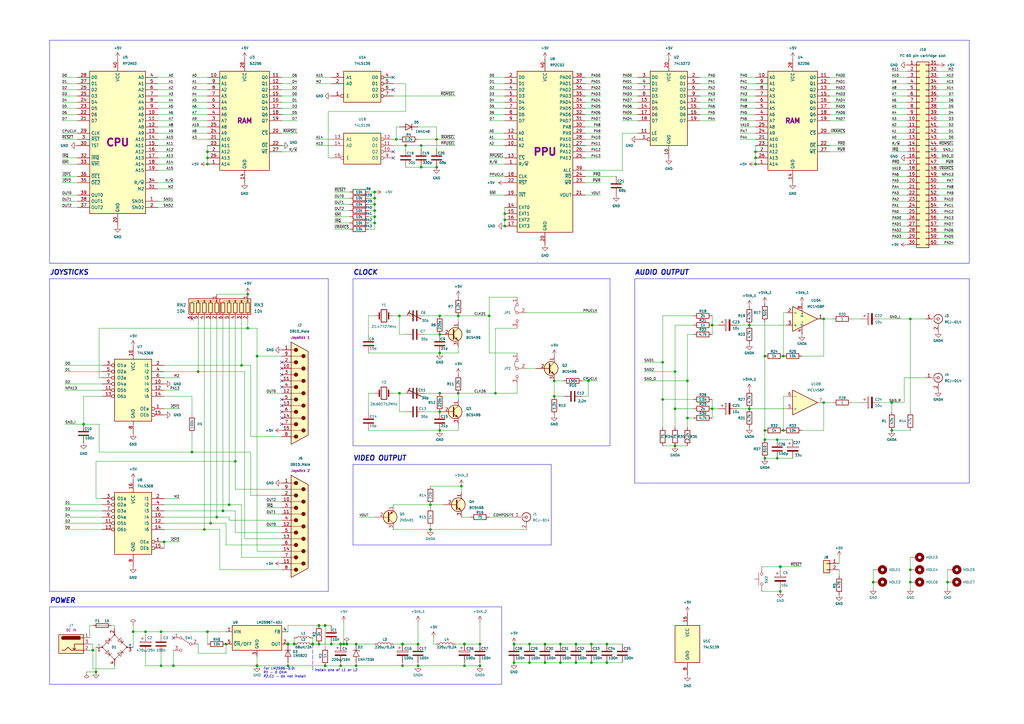
<source format=kicad_sch>
(kicad_sch (version 20230121) (generator eeschema)
  (paper "A3")
  (title_block (date "2022-10-09") (rev "A") (company "Eugene Lozovoy") (comment 1 "Based on original Famicom and HardWareMan, megawalkman, HotPixel schematics") (comment 2 "Famicom/NES clone"))
  (lib_symbols
    (symbol "74xx:74LS139" (pin_names (offset 1.016))
      (property "Reference" "U" (at -7.62 8.89 0))
      (property "Value" "74LS139" (at -7.62 -8.89 0))
      (symbol "74LS139_1_0"
        (pin input inverted (at -12.7 -5.08 0) (length 5.08) (name "E") (number "1"))
        (pin input line (at -12.7 0 0) (length 5.08) (name "A0") (number "2"))
        (pin input line (at -12.7 2.54 0) (length 5.08) (name "A1") (number "3"))
        (pin output inverted (at 12.7 2.54 180) (length 5.08) (name "O0") (number "4"))
        (pin output inverted (at 12.7 0 180) (length 5.08) (name "O1") (number "5"))
        (pin output inverted (at 12.7 -2.54 180) (length 5.08) (name "O2") (number "6"))
        (pin output inverted (at 12.7 -5.08 180) (length 5.08) (name "O3") (number "7"))
      )
      (symbol "74LS139_2_0"
        (pin output inverted (at 12.7 -2.54 180) (length 5.08) (name "O2") (number "10"))
        (pin output inverted (at 12.7 0 180) (length 5.08) (name "O1") (number "11"))
        (pin output inverted (at 12.7 2.54 180) (length 5.08) (name "O0") (number "12"))
        (pin input line (at -12.7 2.54 0) (length 5.08) (name "A1") (number "13"))
        (pin input line (at -12.7 0 0) (length 5.08) (name "A0") (number "14"))
        (pin input inverted (at -12.7 -5.08 0) (length 5.08) (name "E") (number "15"))
        (pin output inverted (at 12.7 -5.08 180) (length 5.08) (name "O3") (number "9"))
      )
      (symbol "74LS139_3_0"
        (pin power_in line (at 0 12.7 270) (length 5.08) (name "VCC") (number "16"))
        (pin power_in line (at 0 -12.7 90) (length 5.08) (name "GND") (number "8"))
      )
    )
    (symbol "74xx:74LS368" (pin_names (offset 1.016))
      (property "Reference" "U" (at -7.62 13.97 0))
      (property "Value" "74LS368" (at -7.62 -13.97 0))
      (symbol "74LS368_1_0"
        (pin input inverted (at -12.7 -7.62 0) (length 5.08) (name "OEa") (number "1"))
        (pin input line (at -12.7 2.54 0) (length 5.08) (name "I4") (number "10"))
        (pin tri_state inverted (at 12.7 0 180) (length 5.08) (name "O5b") (number "11"))
        (pin input line (at -12.7 0 0) (length 5.08) (name "I5") (number "12"))
        (pin tri_state inverted (at 12.7 -2.54 180) (length 5.08) (name "O6b") (number "13"))
        (pin input line (at -12.7 -2.54 0) (length 5.08) (name "I6") (number "14"))
        (pin input inverted (at -12.7 -10.16 0) (length 5.08) (name "OEb") (number "15"))
        (pin power_in line (at 0 17.78 270) (length 5.08) (name "VCC") (number "16"))
        (pin input line (at -12.7 10.16 0) (length 5.08) (name "I1") (number "2"))
        (pin tri_state inverted (at 12.7 10.16 180) (length 5.08) (name "O1a") (number "3"))
        (pin input line (at -12.7 7.62 0) (length 5.08) (name "I2") (number "4"))
        (pin tri_state inverted (at 12.7 7.62 180) (length 5.08) (name "O2a") (number "5"))
        (pin input line (at -12.7 5.08 0) (length 5.08) (name "I3") (number "6"))
        (pin tri_state inverted (at 12.7 5.08 180) (length 5.08) (name "O3a") (number "7"))
        (pin power_in line (at 0 -17.78 90) (length 5.08) (name "GND") (number "8"))
        (pin tri_state inverted (at 12.7 2.54 180) (length 5.08) (name "O4a") (number "9"))
      )
    )
    (symbol "74xx:74LS373"
      (property "Reference" "U" (at -7.62 16.51 0))
      (property "Value" "74LS373" (at -7.62 -16.51 0))
      (symbol "74LS373_1_0"
        (pin input inverted (at -12.7 -12.7 0) (length 5.08) (name "OE") (number "1"))
        (pin power_in line (at 0 -20.32 90) (length 5.08) (name "GND") (number "10"))
        (pin input line (at -12.7 -10.16 0) (length 5.08) (name "LE") (number "11"))
        (pin tri_state line (at 12.7 2.54 180) (length 5.08) (name "O4") (number "12"))
        (pin input line (at -12.7 2.54 0) (length 5.08) (name "D4") (number "13"))
        (pin input line (at -12.7 0 0) (length 5.08) (name "D5") (number "14"))
        (pin tri_state line (at 12.7 0 180) (length 5.08) (name "O5") (number "15"))
        (pin tri_state line (at 12.7 -2.54 180) (length 5.08) (name "O6") (number "16"))
        (pin input line (at -12.7 -2.54 0) (length 5.08) (name "D6") (number "17"))
        (pin input line (at -12.7 -5.08 0) (length 5.08) (name "D7") (number "18"))
        (pin tri_state line (at 12.7 -5.08 180) (length 5.08) (name "O7") (number "19"))
        (pin tri_state line (at 12.7 12.7 180) (length 5.08) (name "O0") (number "2"))
        (pin power_in line (at 0 20.32 270) (length 5.08) (name "VCC") (number "20"))
        (pin input line (at -12.7 12.7 0) (length 5.08) (name "D0") (number "3"))
        (pin input line (at -12.7 10.16 0) (length 5.08) (name "D1") (number "4"))
        (pin tri_state line (at 12.7 10.16 180) (length 5.08) (name "O1") (number "5"))
        (pin tri_state line (at 12.7 7.62 180) (length 5.08) (name "O2") (number "6"))
        (pin input line (at -12.7 7.62 0) (length 5.08) (name "D2") (number "7"))
        (pin input line (at -12.7 5.08 0) (length 5.08) (name "D3") (number "8"))
        (pin tri_state line (at 12.7 5.08 180) (length 5.08) (name "O3") (number "9"))
      )
    )
    (symbol "Connector:Barrel_Jack_Switch" (pin_names hide)
      (property "Reference" "J" (at 0 5.334 0))
      (property "Value" "Barrel_Jack_Switch" (at 0 -5.08 0))
      (symbol "Barrel_Jack_Switch_1_1"
        (pin passive line (at 7.62 2.54 180) (length 2.54) (name "~") (number "1"))
        (pin passive line (at 7.62 -2.54 180) (length 2.54) (name "~") (number "2"))
        (pin passive line (at 7.62 0 180) (length 2.54) (name "~") (number "3"))
      )
    )
    (symbol "Connector:Conn_Coaxial" (pin_names (offset 1.016) hide)
      (property "Reference" "J" (at 0.254 3.048 0))
      (property "Value" "Conn_Coaxial" (at 2.921 0 90))
      (symbol "Conn_Coaxial_1_1"
        (pin passive line (at -5.08 0 0) (length 2.54) (name "In") (number "1"))
        (pin passive line (at 0 -5.08 90) (length 2.54) (name "Ext") (number "2"))
      )
    )
    (symbol "Connector:DB15_Male" (pin_names (offset 1.016) hide)
      (property "Reference" "J" (at 0.508 21.59 0))
      (property "Value" "DB15_Male" (at 0 -22.225 0))
      (symbol "DB15_Male_1_1"
        (pin passive line (at -7.62 -17.78 0) (length 3.81) (name "1") (number "1"))
        (pin passive line (at -7.62 -10.16 0) (length 3.81) (name "P10") (number "10"))
        (pin passive line (at -7.62 -5.08 0) (length 3.81) (name "P111") (number "11"))
        (pin passive line (at -7.62 0 0) (length 3.81) (name "P12") (number "12"))
        (pin passive line (at -7.62 5.08 0) (length 3.81) (name "P13") (number "13"))
        (pin passive line (at -7.62 10.16 0) (length 3.81) (name "P14") (number "14"))
        (pin passive line (at -7.62 15.24 0) (length 3.81) (name "P15") (number "15"))
        (pin passive line (at -7.62 -12.7 0) (length 3.81) (name "2") (number "2"))
        (pin passive line (at -7.62 -7.62 0) (length 3.81) (name "3") (number "3"))
        (pin passive line (at -7.62 -2.54 0) (length 3.81) (name "4") (number "4"))
        (pin passive line (at -7.62 2.54 0) (length 3.81) (name "5") (number "5"))
        (pin passive line (at -7.62 7.62 0) (length 3.81) (name "6") (number "6"))
        (pin passive line (at -7.62 12.7 0) (length 3.81) (name "7") (number "7"))
        (pin passive line (at -7.62 17.78 0) (length 3.81) (name "8") (number "8"))
        (pin passive line (at -7.62 -15.24 0) (length 3.81) (name "P9") (number "9"))
      )
    )
    (symbol "Connector_Generic:Conn_01x02" (pin_names (offset 1.016) hide)
      (property "Reference" "J" (at 0 2.54 0))
      (property "Value" "Conn_01x02" (at 0 -5.08 0))
      (symbol "Conn_01x02_1_1"
        (pin passive line (at -5.08 0 0) (length 3.81) (name "Pin_1") (number "1"))
        (pin passive line (at -5.08 -2.54 0) (length 3.81) (name "Pin_2") (number "2"))
      )
    )
    (symbol "Connector_Generic:Conn_02x30_Top_Bottom" (pin_names (offset 1.016) hide)
      (property "Reference" "J" (at 1.27 38.1 0))
      (property "Value" "Conn_02x30_Top_Bottom" (at 1.27 -40.64 0))
      (symbol "Conn_02x30_Top_Bottom_1_1"
        (pin passive line (at -5.08 35.56 0) (length 3.81) (name "Pin_1") (number "1"))
        (pin passive line (at -5.08 12.7 0) (length 3.81) (name "Pin_10") (number "10"))
        (pin passive line (at -5.08 10.16 0) (length 3.81) (name "Pin_11") (number "11"))
        (pin passive line (at -5.08 7.62 0) (length 3.81) (name "Pin_12") (number "12"))
        (pin passive line (at -5.08 5.08 0) (length 3.81) (name "Pin_13") (number "13"))
        (pin passive line (at -5.08 2.54 0) (length 3.81) (name "Pin_14") (number "14"))
        (pin passive line (at -5.08 0 0) (length 3.81) (name "Pin_15") (number "15"))
        (pin passive line (at -5.08 -2.54 0) (length 3.81) (name "Pin_16") (number "16"))
        (pin passive line (at -5.08 -5.08 0) (length 3.81) (name "Pin_17") (number "17"))
        (pin passive line (at -5.08 -7.62 0) (length 3.81) (name "Pin_18") (number "18"))
        (pin passive line (at -5.08 -10.16 0) (length 3.81) (name "Pin_19") (number "19"))
        (pin passive line (at -5.08 33.02 0) (length 3.81) (name "Pin_2") (number "2"))
        (pin passive line (at -5.08 -12.7 0) (length 3.81) (name "Pin_20") (number "20"))
        (pin passive line (at -5.08 -15.24 0) (length 3.81) (name "Pin_21") (number "21"))
        (pin passive line (at -5.08 -17.78 0) (length 3.81) (name "Pin_22") (number "22"))
        (pin passive line (at -5.08 -20.32 0) (length 3.81) (name "Pin_23") (number "23"))
        (pin passive line (at -5.08 -22.86 0) (length 3.81) (name "Pin_24") (number "24"))
        (pin passive line (at -5.08 -25.4 0) (length 3.81) (name "Pin_25") (number "25"))
        (pin passive line (at -5.08 -27.94 0) (length 3.81) (name "Pin_26") (number "26"))
        (pin passive line (at -5.08 -30.48 0) (length 3.81) (name "Pin_27") (number "27"))
        (pin passive line (at -5.08 -33.02 0) (length 3.81) (name "Pin_28") (number "28"))
        (pin passive line (at -5.08 -35.56 0) (length 3.81) (name "Pin_29") (number "29"))
        (pin passive line (at -5.08 30.48 0) (length 3.81) (name "Pin_3") (number "3"))
        (pin passive line (at -5.08 -38.1 0) (length 3.81) (name "Pin_30") (number "30"))
        (pin passive line (at 7.62 35.56 180) (length 3.81) (name "Pin_31") (number "31"))
        (pin passive line (at 7.62 33.02 180) (length 3.81) (name "Pin_32") (number "32"))
        (pin passive line (at 7.62 30.48 180) (length 3.81) (name "Pin_33") (number "33"))
        (pin passive line (at 7.62 27.94 180) (length 3.81) (name "Pin_34") (number "34"))
        (pin passive line (at 7.62 25.4 180) (length 3.81) (name "Pin_35") (number "35"))
        (pin passive line (at 7.62 22.86 180) (length 3.81) (name "Pin_36") (number "36"))
        (pin passive line (at 7.62 20.32 180) (length 3.81) (name "Pin_37") (number "37"))
        (pin passive line (at 7.62 17.78 180) (length 3.81) (name "Pin_38") (number "38"))
        (pin passive line (at 7.62 15.24 180) (length 3.81) (name "Pin_39") (number "39"))
        (pin passive line (at -5.08 27.94 0) (length 3.81) (name "Pin_4") (number "4"))
        (pin passive line (at 7.62 12.7 180) (length 3.81) (name "Pin_40") (number "40"))
        (pin passive line (at 7.62 10.16 180) (length 3.81) (name "Pin_41") (number "41"))
        (pin passive line (at 7.62 7.62 180) (length 3.81) (name "Pin_42") (number "42"))
        (pin passive line (at 7.62 5.08 180) (length 3.81) (name "Pin_43") (number "43"))
        (pin passive line (at 7.62 2.54 180) (length 3.81) (name "Pin_44") (number "44"))
        (pin passive line (at 7.62 0 180) (length 3.81) (name "Pin_45") (number "45"))
        (pin passive line (at 7.62 -2.54 180) (length 3.81) (name "Pin_46") (number "46"))
        (pin passive line (at 7.62 -5.08 180) (length 3.81) (name "Pin_47") (number "47"))
        (pin passive line (at 7.62 -7.62 180) (length 3.81) (name "Pin_48") (number "48"))
        (pin passive line (at 7.62 -10.16 180) (length 3.81) (name "Pin_49") (number "49"))
        (pin passive line (at -5.08 25.4 0) (length 3.81) (name "Pin_5") (number "5"))
        (pin passive line (at 7.62 -12.7 180) (length 3.81) (name "Pin_50") (number "50"))
        (pin passive line (at 7.62 -15.24 180) (length 3.81) (name "Pin_51") (number "51"))
        (pin passive line (at 7.62 -17.78 180) (length 3.81) (name "Pin_52") (number "52"))
        (pin passive line (at 7.62 -20.32 180) (length 3.81) (name "Pin_53") (number "53"))
        (pin passive line (at 7.62 -22.86 180) (length 3.81) (name "Pin_54") (number "54"))
        (pin passive line (at 7.62 -25.4 180) (length 3.81) (name "Pin_55") (number "55"))
        (pin passive line (at 7.62 -27.94 180) (length 3.81) (name "Pin_56") (number "56"))
        (pin passive line (at 7.62 -30.48 180) (length 3.81) (name "Pin_57") (number "57"))
        (pin passive line (at 7.62 -33.02 180) (length 3.81) (name "Pin_58") (number "58"))
        (pin passive line (at 7.62 -35.56 180) (length 3.81) (name "Pin_59") (number "59"))
        (pin passive line (at -5.08 22.86 0) (length 3.81) (name "Pin_6") (number "6"))
        (pin passive line (at 7.62 -38.1 180) (length 3.81) (name "Pin_60") (number "60"))
        (pin passive line (at -5.08 20.32 0) (length 3.81) (name "Pin_7") (number "7"))
        (pin passive line (at -5.08 17.78 0) (length 3.81) (name "Pin_8") (number "8"))
        (pin passive line (at -5.08 15.24 0) (length 3.81) (name "Pin_9") (number "9"))
      )
    )
    (symbol "D_1" (pin_numbers hide) (pin_names (offset 1.016) hide)
      (property "Reference" "D" (at 0 2.54 0))
      (property "Value" "D_1" (at 0 -2.54 0))
      (symbol "D_1_1_1"
        (pin passive line (at -3.81 0 0) (length 2.54) (name "K") (number "1"))
        (pin passive line (at 3.81 0 180) (length 2.54) (name "A") (number "2"))
      )
    )
    (symbol "Device:C" (pin_numbers hide) (pin_names (offset 0.254))
      (property "Reference" "C" (at 0.635 2.54 0))
      (property "Value" "C" (at 0.635 -2.54 0))
      (symbol "C_1_1"
        (pin passive line (at 0 3.81 270) (length 2.794) (name "~") (number "1"))
        (pin passive line (at 0 -3.81 90) (length 2.794) (name "~") (number "2"))
      )
    )
    (symbol "Device:CTRIM" (pin_numbers hide) (pin_names (offset 0.254) hide)
      (property "Reference" "C" (at 1.524 -2.032 0))
      (property "Value" "CTRIM" (at 3.048 -3.556 0))
      (symbol "CTRIM_1_1"
        (pin passive line (at 0 3.81 270) (length 3.048) (name "~") (number "1"))
        (pin passive line (at 0 -3.81 90) (length 3.048) (name "~") (number "2"))
      )
    )
    (symbol "Device:C_Polarized" (pin_numbers hide) (pin_names (offset 0.254))
      (property "Reference" "C" (at 0.635 2.54 0))
      (property "Value" "C_Polarized" (at 0.635 -2.54 0))
      (symbol "C_Polarized_1_1"
        (pin passive line (at 0 3.81 270) (length 2.794) (name "~") (number "1"))
        (pin passive line (at 0 -3.81 90) (length 2.794) (name "~") (number "2"))
      )
    )
    (symbol "Device:Crystal" (pin_numbers hide) (pin_names (offset 1.016) hide)
      (property "Reference" "Y" (at 0 3.81 0))
      (property "Value" "Crystal" (at 0 -3.81 0))
      (symbol "Crystal_1_1"
        (pin passive line (at -3.81 0 0) (length 1.27) (name "1") (number "1"))
        (pin passive line (at 3.81 0 180) (length 1.27) (name "2") (number "2"))
      )
    )
    (symbol "Device:D" (pin_numbers hide) (pin_names (offset 1.016) hide)
      (property "Reference" "D" (at 0 2.54 0))
      (property "Value" "D" (at 0 -2.54 0))
      (symbol "D_1_1"
        (pin passive line (at -3.81 0 0) (length 2.54) (name "K") (number "1"))
        (pin passive line (at 3.81 0 180) (length 2.54) (name "A") (number "2"))
      )
    )
    (symbol "Device:D_Bridge_-A+A" (pin_names (offset 0))
      (property "Reference" "D" (at 2.54 6.985 0))
      (property "Value" "D_Bridge_-A+A" (at 2.54 5.08 0))
      (symbol "D_Bridge_-A+A_1_1"
        (pin passive line (at -7.62 0 0) (length 2.54) (name "-") (number "1"))
        (pin passive line (at 0 -7.62 90) (length 2.54) (name "~") (number "2"))
        (pin passive line (at 7.62 0 180) (length 2.54) (name "+") (number "3"))
        (pin passive line (at 0 7.62 270) (length 2.54) (name "~") (number "4"))
      )
    )
    (symbol "Device:Fuse" (pin_numbers hide) (pin_names (offset 0))
      (property "Reference" "F" (at 2.032 0 90))
      (property "Value" "Fuse" (at -1.905 0 90))
      (symbol "Fuse_1_1"
        (pin passive line (at 0 3.81 270) (length 1.27) (name "~") (number "1"))
        (pin passive line (at 0 -3.81 90) (length 1.27) (name "~") (number "2"))
      )
    )
    (symbol "Device:L" (pin_numbers hide) (pin_names (offset 1.016) hide)
      (property "Reference" "L" (at -1.27 0 90))
      (property "Value" "L" (at 1.905 0 90))
      (symbol "L_1_1"
        (pin passive line (at 0 3.81 270) (length 1.27) (name "1") (number "1"))
        (pin passive line (at 0 -3.81 90) (length 1.27) (name "2") (number "2"))
      )
    )
    (symbol "Device:R" (pin_numbers hide) (pin_names (offset 0))
      (property "Reference" "R" (at 2.032 0 90))
      (property "Value" "R" (at 0 0 90))
      (symbol "R_1_1"
        (pin passive line (at 0 3.81 270) (length 1.27) (name "~") (number "1"))
        (pin passive line (at 0 -3.81 90) (length 1.27) (name "~") (number "2"))
      )
    )
    (symbol "Device:R_Network05" (pin_names (offset 0) hide)
      (property "Reference" "RN" (at -7.62 0 90))
      (property "Value" "R_Network05" (at 7.62 0 90))
      (symbol "R_Network05_1_1"
        (pin passive line (at -5.08 5.08 270) (length 2.54) (name "common") (number "1"))
        (pin passive line (at -5.08 -5.08 90) (length 1.27) (name "R1") (number "2"))
        (pin passive line (at -2.54 -5.08 90) (length 1.27) (name "R2") (number "3"))
        (pin passive line (at 0 -5.08 90) (length 1.27) (name "R3") (number "4"))
        (pin passive line (at 2.54 -5.08 90) (length 1.27) (name "R4") (number "5"))
        (pin passive line (at 5.08 -5.08 90) (length 1.27) (name "R5") (number "6"))
      )
    )
    (symbol "Diode:1.5KExxA" (pin_numbers hide) (pin_names (offset 1.016) hide)
      (property "Reference" "D" (at 0 2.54 0))
      (property "Value" "1.5KExxA" (at 0 -2.54 0))
      (symbol "1.5KExxA_1_1"
        (pin passive line (at -3.81 0 0) (length 2.54) (name "A1") (number "1"))
        (pin passive line (at 3.81 0 180) (length 2.54) (name "A2") (number "2"))
      )
    )
    (symbol "Jumper:Jumper_3_Bridged12" (pin_names (offset 0) hide)
      (property "Reference" "JP" (at -2.54 -2.54 0))
      (property "Value" "Jumper_3_Bridged12" (at 0 2.794 0))
      (symbol "Jumper_3_Bridged12_1_1"
        (pin passive line (at -6.35 0 0) (length 2.54) (name "A") (number "1"))
        (pin passive line (at 0 -3.81 90) (length 2.54) (name "C") (number "2"))
        (pin passive line (at 6.35 0 180) (length 2.54) (name "B") (number "3"))
      )
    )
    (symbol "Mechanical:MountingHole_Pad" (pin_numbers hide) (pin_names (offset 1.016) hide)
      (property "Reference" "H" (at 0 6.35 0))
      (property "Value" "MountingHole_Pad" (at 0 4.445 0))
      (symbol "MountingHole_Pad_1_1"
        (pin input line (at 0 -2.54 90) (length 2.54) (name "1") (number "1"))
      )
    )
    (symbol "PCM_Amplifier_Operational_AKL:MC1458P" (pin_names (offset 0.2))
      (property "Reference" "U" (at 1.27 6.35 0))
      (property "Value" "MC1458P" (at 1.27 3.81 0))
      (symbol "MC1458P_1_1"
        (pin output line (at 8.89 0 180) (length 2.54) (name "~") (number "1"))
        (pin input line (at -6.35 2.54 0) (length 2.54) (name "-") (number "2"))
        (pin input line (at -6.35 -2.54 0) (length 2.54) (name "+") (number "3"))
        (pin power_in line (at 0 -6.35 90) (length 3.18) (name "V-") (number "4"))
        (pin power_in line (at 0 6.35 270) (length 3.18) (name "V+") (number "8"))
      )
      (symbol "MC1458P_2_1"
        (pin input line (at -6.35 -2.54 0) (length 2.54) (name "+") (number "5"))
        (pin input line (at -6.35 2.54 0) (length 2.54) (name "-") (number "6"))
        (pin output line (at 8.89 0 180) (length 2.54) (name "~") (number "7"))
      )
    )
    (symbol "PCM_Transistor_BJT_AKL:2N5401" (pin_names hide)
      (property "Reference" "Q" (at 5.08 1.27 0))
      (property "Value" "2N5401" (at 5.08 -1.27 0))
      (symbol "2N5401_1_1"
        (pin passive line (at 2.54 5.08 270) (length 2.54) (name "E") (number "1"))
        (pin input line (at -5.08 0 0) (length 5.715) (name "B") (number "2"))
        (pin passive line (at 2.54 -5.08 90) (length 2.54) (name "C") (number "3"))
      )
    )
    (symbol "PCM_Transistor_BJT_AKL:BC549B" (pin_names hide)
      (property "Reference" "Q" (at 5.08 1.27 0))
      (property "Value" "BC549B" (at 5.08 -1.27 0))
      (symbol "BC549B_1_1"
        (pin passive line (at 2.54 5.08 270) (length 2.54) (name "C") (number "1"))
        (pin input line (at -5.08 0 0) (length 5.715) (name "B") (number "2"))
        (pin passive line (at 2.54 -5.08 90) (length 2.54) (name "E") (number "3"))
      )
    )
    (symbol "Regulator_Switching:LM2596T-ADJ"
      (property "Reference" "U" (at -10.16 6.35 0))
      (property "Value" "LM2596T-ADJ" (at 0 6.35 0))
      (symbol "LM2596T-ADJ_1_1"
        (pin power_in line (at -12.7 2.54 0) (length 2.54) (name "VIN") (number "1"))
        (pin output line (at 12.7 -2.54 180) (length 2.54) (name "OUT") (number "2"))
        (pin power_in line (at 0 -7.62 90) (length 2.54) (name "GND") (number "3"))
        (pin input line (at 12.7 2.54 180) (length 2.54) (name "FB") (number "4"))
        (pin input line (at -12.7 -2.54 0) (length 2.54) (name "~{ON}/OFF") (number "5"))
      )
    )
    (symbol "Switch:SW_Push" (pin_numbers hide) (pin_names (offset 1.016) hide)
      (property "Reference" "SW" (at 1.27 2.54 0))
      (property "Value" "SW_Push" (at 0 -1.524 0))
      (symbol "SW_Push_0_1"
        (pin passive line (at -5.08 0 0) (length 2.54) (name "1") (number "1"))
        (pin passive line (at 5.08 0 180) (length 2.54) (name "2") (number "2"))
      )
    )
    (symbol "Switch:SW_SPDT" (pin_names (offset 0) hide)
      (property "Reference" "SW" (at 0 4.318 0))
      (property "Value" "SW_SPDT" (at 0 -5.08 0))
      (symbol "SW_SPDT_1_1"
        (pin passive line (at 5.08 2.54 180) (length 2.54) (name "A") (number "1"))
        (pin passive line (at -5.08 0 0) (length 2.54) (name "B") (number "2"))
        (pin passive line (at 5.08 -2.54 180) (length 2.54) (name "C") (number "3"))
      )
    )
    (symbol "my:62256"
      (property "Reference" "U" (at -10.16 20.955 0))
      (property "Value" "62256" (at 3.81 20.955 0))
      (symbol "62256_0_0"
        (pin power_in line (at 0 -25.4 90) (length 5.08) (name "GND") (number "14"))
        (pin power_in line (at 0 25.4 270) (length 5.08) (name "VCC") (number "28"))
      )
      (symbol "62256_1_1"
        (pin input line (at -15.24 -17.78 0) (length 5.08) (name "A14") (number "1"))
        (pin input line (at -15.24 17.78 0) (length 5.08) (name "A0") (number "10"))
        (pin tri_state line (at 15.24 17.78 180) (length 5.08) (name "Q0") (number "11"))
        (pin tri_state line (at 15.24 15.24 180) (length 5.08) (name "Q1") (number "12"))
        (pin tri_state line (at 15.24 12.7 180) (length 5.08) (name "Q2") (number "13"))
        (pin tri_state line (at 15.24 10.16 180) (length 5.08) (name "Q3") (number "15"))
        (pin tri_state line (at 15.24 7.62 180) (length 5.08) (name "Q4") (number "16"))
        (pin tri_state line (at 15.24 5.08 180) (length 5.08) (name "Q5") (number "17"))
        (pin tri_state line (at 15.24 2.54 180) (length 5.08) (name "Q6") (number "18"))
        (pin tri_state line (at 15.24 0 180) (length 5.08) (name "Q7") (number "19"))
        (pin input line (at -15.24 -12.7 0) (length 5.08) (name "A12") (number "2"))
        (pin input line (at 15.24 -5.08 180) (length 5.08) (name "~{CS}") (number "20"))
        (pin input line (at -15.24 -7.62 0) (length 5.08) (name "A10") (number "21"))
        (pin input line (at 15.24 -10.16 180) (length 5.08) (name "~{OE}") (number "22"))
        (pin input line (at -15.24 -10.16 0) (length 5.08) (name "A11") (number "23"))
        (pin input line (at -15.24 -5.08 0) (length 5.08) (name "A9") (number "24"))
        (pin input line (at -15.24 -2.54 0) (length 5.08) (name "A8") (number "25"))
        (pin input line (at -15.24 -15.24 0) (length 5.08) (name "A13") (number "26"))
        (pin input line (at 15.24 -12.7 180) (length 5.08) (name "~{WE}") (number "27"))
        (pin input line (at -15.24 0 0) (length 5.08) (name "A7") (number "3"))
        (pin input line (at -15.24 2.54 0) (length 5.08) (name "A6") (number "4"))
        (pin input line (at -15.24 5.08 0) (length 5.08) (name "A5") (number "5"))
        (pin input line (at -15.24 7.62 0) (length 5.08) (name "A4") (number "6"))
        (pin input line (at -15.24 10.16 0) (length 5.08) (name "A3") (number "7"))
        (pin input line (at -15.24 12.7 0) (length 5.08) (name "A2") (number "8"))
        (pin input line (at -15.24 15.24 0) (length 5.08) (name "A1") (number "9"))
      )
    )
    (symbol "my:RP2A03"
      (property "Reference" "U" (at -10.16 30.48 0))
      (property "Value" "RP2A03" (at 7.62 30.48 0))
      (symbol "RP2A03_0_0"
        (pin output line (at 16.51 -24.13 180) (length 5.08) (name "SND1") (number "1"))
        (pin output line (at 16.51 11.43 180) (length 5.08) (name "A6") (number "10"))
        (pin output line (at 16.51 8.89 180) (length 5.08) (name "A7") (number "11"))
        (pin output line (at 16.51 6.35 180) (length 5.08) (name "A8") (number "12"))
        (pin output line (at 16.51 3.81 180) (length 5.08) (name "A9") (number "13"))
        (pin output line (at 16.51 1.27 180) (length 5.08) (name "A10") (number "14"))
        (pin output line (at 16.51 -1.27 180) (length 5.08) (name "A11") (number "15"))
        (pin output line (at 16.51 -3.81 180) (length 5.08) (name "A12") (number "16"))
        (pin output line (at 16.51 -6.35 180) (length 5.08) (name "A13") (number "17"))
        (pin output line (at 16.51 -8.89 180) (length 5.08) (name "A14") (number "18"))
        (pin output line (at 16.51 -11.43 180) (length 5.08) (name "A15") (number "19"))
        (pin output line (at 16.51 -26.67 180) (length 5.08) (name "SND2") (number "2"))
        (pin power_in line (at 0 -34.29 90) (length 5.08) (name "GND") (number "20"))
        (pin bidirectional line (at -16.51 8.89 0) (length 5.08) (name "D7") (number "21"))
        (pin bidirectional line (at -16.51 11.43 0) (length 5.08) (name "D6") (number "22"))
        (pin bidirectional line (at -16.51 13.97 0) (length 5.08) (name "D5") (number "23"))
        (pin bidirectional line (at -16.51 16.51 0) (length 5.08) (name "D4") (number "24"))
        (pin bidirectional line (at -16.51 19.05 0) (length 5.08) (name "D3") (number "25"))
        (pin bidirectional line (at -16.51 21.59 0) (length 5.08) (name "D2") (number "26"))
        (pin bidirectional line (at -16.51 24.13 0) (length 5.08) (name "D1") (number "27"))
        (pin bidirectional line (at -16.51 26.67 0) (length 5.08) (name "D0") (number "28"))
        (pin input line (at -16.51 3.81 0) (length 5.08) (name "CLK") (number "29"))
        (pin input line (at -16.51 1.27 0) (length 5.08) (name "~{RST}") (number "3"))
        (pin input line (at -16.51 -1.27 0) (length 5.08) (name "TST") (number "30"))
        (pin output line (at 16.51 -19.05 180) (length 5.08) (name "M2") (number "31"))
        (pin input line (at -16.51 -6.35 0) (length 5.08) (name "~{IRQ}") (number "32"))
        (pin input line (at -16.51 -8.89 0) (length 5.08) (name "~{NMI}") (number "33"))
        (pin output line (at 16.51 -16.51 180) (length 5.08) (name "R/~{W}") (number "34"))
        (pin output line (at -16.51 -16.51 0) (length 5.08) (name "~{OE2}") (number "35"))
        (pin output line (at -16.51 -13.97 0) (length 5.08) (name "~{OE1}") (number "36"))
        (pin output line (at -16.51 -26.67 0) (length 5.08) (name "OUT2") (number "37"))
        (pin output line (at -16.51 -24.13 0) (length 5.08) (name "OUT1") (number "38"))
        (pin output line (at -16.51 -21.59 0) (length 5.08) (name "OUT0") (number "39"))
        (pin output line (at 16.51 26.67 180) (length 5.08) (name "A0") (number "4"))
        (pin power_in line (at 0 34.29 270) (length 5.08) (name "VCC") (number "40"))
        (pin output line (at 16.51 24.13 180) (length 5.08) (name "A1") (number "5"))
        (pin output line (at 16.51 21.59 180) (length 5.08) (name "A2") (number "6"))
        (pin output line (at 16.51 19.05 180) (length 5.08) (name "A3") (number "7"))
        (pin output line (at 16.51 16.51 180) (length 5.08) (name "A4") (number "8"))
        (pin output line (at 16.51 13.97 180) (length 5.08) (name "A5") (number "9"))
      )
    )
    (symbol "my:RP2C02"
      (property "Reference" "U" (at -10.16 34.29 0))
      (property "Value" "RP2C02" (at 7.62 34.29 0))
      (symbol "RP2C02_0_0"
        (pin input line (at -16.51 -5.08 0) (length 5.08) (name "R/~{W}") (number "1"))
        (pin input line (at -16.51 2.54 0) (length 5.08) (name "A2") (number "10"))
        (pin input line (at -16.51 5.08 0) (length 5.08) (name "A1") (number "11"))
        (pin input line (at -16.51 7.62 0) (length 5.08) (name "A0") (number "12"))
        (pin input line (at -16.51 -2.54 0) (length 5.08) (name "~{CS}") (number "13"))
        (pin bidirectional line (at -16.51 -22.86 0) (length 5.08) (name "EXT0") (number "14"))
        (pin bidirectional line (at -16.51 -25.4 0) (length 5.08) (name "EXT1") (number "15"))
        (pin bidirectional line (at -16.51 -27.94 0) (length 5.08) (name "EXT2") (number "16"))
        (pin bidirectional line (at -16.51 -30.48 0) (length 5.08) (name "EXT3") (number "17"))
        (pin input line (at -16.51 -10.16 0) (length 5.08) (name "CLK") (number "18"))
        (pin open_collector line (at -16.51 -17.78 0) (length 5.08) (name "~{INT}") (number "19"))
        (pin bidirectional line (at -16.51 30.48 0) (length 5.08) (name "D0") (number "2"))
        (pin power_in line (at 0 -38.1 90) (length 5.08) (name "GND") (number "20"))
        (pin output line (at 16.51 -17.78 180) (length 5.08) (name "VOUT") (number "21"))
        (pin input line (at -16.51 -12.7 0) (length 5.08) (name "~{RST}") (number "22"))
        (pin output line (at 16.51 -12.7 180) (length 5.08) (name "~{WR}") (number "23"))
        (pin output line (at 16.51 -10.16 180) (length 5.08) (name "~{RD}") (number "24"))
        (pin output line (at 16.51 -2.54 180) (length 5.08) (name "PA13") (number "25"))
        (pin output line (at 16.51 0 180) (length 5.08) (name "PA12") (number "26"))
        (pin output line (at 16.51 2.54 180) (length 5.08) (name "PA11") (number "27"))
        (pin output line (at 16.51 5.08 180) (length 5.08) (name "PA10") (number "28"))
        (pin output line (at 16.51 7.62 180) (length 5.08) (name "PA9") (number "29"))
        (pin bidirectional line (at -16.51 27.94 0) (length 5.08) (name "D1") (number "3"))
        (pin output line (at 16.51 10.16 180) (length 5.08) (name "PA8") (number "30"))
        (pin output line (at 16.51 12.7 180) (length 5.08) (name "PAD7") (number "31"))
        (pin output line (at 16.51 15.24 180) (length 5.08) (name "PAD6") (number "32"))
        (pin output line (at 16.51 17.78 180) (length 5.08) (name "PAD5") (number "33"))
        (pin output line (at 16.51 20.32 180) (length 5.08) (name "PAD4") (number "34"))
        (pin output line (at 16.51 22.86 180) (length 5.08) (name "PAD3") (number "35"))
        (pin output line (at 16.51 25.4 180) (length 5.08) (name "PAD2") (number "36"))
        (pin output line (at 16.51 27.94 180) (length 5.08) (name "PAD1") (number "37"))
        (pin output line (at 16.51 30.48 180) (length 5.08) (name "PAD0") (number "38"))
        (pin output line (at 16.51 -7.62 180) (length 5.08) (name "ALE") (number "39"))
        (pin bidirectional line (at -16.51 25.4 0) (length 5.08) (name "D2") (number "4"))
        (pin power_in line (at 0 38.1 270) (length 5.08) (name "VCC") (number "40"))
        (pin bidirectional line (at -16.51 22.86 0) (length 5.08) (name "D3") (number "5"))
        (pin bidirectional line (at -16.51 20.32 0) (length 5.08) (name "D4") (number "6"))
        (pin bidirectional line (at -16.51 17.78 0) (length 5.08) (name "D5") (number "7"))
        (pin bidirectional line (at -16.51 15.24 0) (length 5.08) (name "D6") (number "8"))
        (pin bidirectional line (at -16.51 12.7 0) (length 5.08) (name "D7") (number "9"))
      )
    )
    (symbol "mypower:+5VA_1" (power) (pin_names (offset 0))
      (property "Value" "+5VA_1" (at 0 3.556 0))
      (symbol "+5VA_1_1_1"
        (pin power_in line (at 0 0 90) (length 0) hide (name "+5VA_1") (number "1"))
      )
    )
    (symbol "mypower:+5VA_2" (power) (pin_names (offset 0))
      (property "Value" "+5VA_2" (at 0 3.556 0))
      (symbol "+5VA_2_1_1"
        (pin power_in line (at 0 0 90) (length 0) hide (name "+5VA_2") (number "1"))
      )
    )
    (symbol "power:+5V" (power) (pin_names (offset 0))
      (property "Value" "+5V" (at 0 3.556 0))
      (symbol "+5V_1_1"
        (pin power_in line (at 0 0 90) (length 0) hide (name "+5V") (number "1"))
      )
    )
    (symbol "power:GND" (power) (pin_names (offset 0))
      (property "Value" "GND" (at 0 -3.81 0))
      (symbol "GND_1_1"
        (pin power_in line (at 0 0 270) (length 0) hide (name "GND") (number "1"))
      )
    )
    (symbol "power:GNDA" (power) (pin_names (offset 0))
      (property "Value" "GNDA" (at 0 -3.81 0))
      (symbol "GNDA_1_1"
        (pin power_in line (at 0 0 270) (length 0) hide (name "GNDA") (number "1"))
      )
    )
    (symbol "power:PWR_FLAG" (power) (pin_numbers hide) (pin_names (offset 0) hide)
      (property "Value" "PWR_FLAG" (at 0 3.81 0))
      (symbol "PWR_FLAG_0_0"
        (pin power_out line (at 0 0 90) (length 0) (name "pwr") (number "1"))
      )
    )
  )
  (junction (at 337.82 130.81))
  (junction (at 227.33 156.21))
  (junction (at 223.52 264.16))
  (junction (at 292.1 133.35))
  (junction (at 210.82 264.16))
  (junction (at 176.53 217.17))
  (junction (at 153.67 91.44))
  (junction (at 358.14 238.76))
  (junction (at 172.72 68.58))
  (junction (at 318.77 187.96))
  (junction (at 281.94 171.45))
  (junction (at 271.78 163.83))
  (junction (at 96.52 189.23))
  (junction (at 133.35 256.54) (diameter 1.016))
  (junction (at 180.34 129.54))
  (junction (at 85.09 62.23))
  (junction (at 71.12 273.05))
  (junction (at 171.45 264.16))
  (junction (at 172.72 59.69))
  (junction (at 166.37 59.69))
  (junction (at 196.85 273.05))
  (junction (at 203.2 161.29))
  (junction (at 229.87 271.78))
  (junction (at 165.1 264.16) (diameter 1.016))
  (junction (at 217.17 271.78))
  (junction (at 241.3 156.21))
  (junction (at 105.41 273.05) (diameter 1.016))
  (junction (at 99.06 149.86))
  (junction (at 139.7 273.05))
  (junction (at 130.81 264.16))
  (junction (at 373.38 130.81))
  (junction (at 146.05 273.05))
  (junction (at 118.11 273.05))
  (junction (at 180.34 176.53))
  (junction (at 313.69 187.96))
  (junction (at 180.34 144.78))
  (junction (at 66.04 273.05))
  (junction (at 101.6 134.62))
  (junction (at 365.76 165.1))
  (junction (at 176.53 207.01))
  (junction (at 179.07 57.15))
  (junction (at 187.96 161.29))
  (junction (at 207.01 92.71))
  (junction (at 163.83 161.29))
  (junction (at 180.34 137.16))
  (junction (at 309.88 67.31))
  (junction (at 91.44 209.55))
  (junction (at 78.74 185.42))
  (junction (at 227.33 162.56))
  (junction (at 162.56 57.15))
  (junction (at 67.31 222.25))
  (junction (at 337.82 165.1))
  (junction (at 153.67 78.74))
  (junction (at 223.52 271.78))
  (junction (at 189.23 199.39))
  (junction (at 190.5 273.05))
  (junction (at 120.65 264.16) (diameter 1.016))
  (junction (at 210.82 271.78))
  (junction (at 85.09 67.31))
  (junction (at 153.67 81.28))
  (junction (at 373.38 238.76))
  (junction (at 187.96 129.54))
  (junction (at 38.1 266.7))
  (junction (at 165.1 273.05))
  (junction (at 118.11 264.16) (diameter 1.016))
  (junction (at 171.45 273.05))
  (junction (at 146.05 264.16))
  (junction (at 320.04 232.41) (diameter 1.016))
  (junction (at 139.7 264.16) (diameter 1.016))
  (junction (at 242.57 271.78))
  (junction (at 153.67 83.82))
  (junction (at 92.71 264.16))
  (junction (at 66.04 259.08))
  (junction (at 248.92 264.16))
  (junction (at 140.97 264.16) (diameter 1.016))
  (junction (at 130.81 256.54) (diameter 1.016))
  (junction (at 271.78 148.59))
  (junction (at 54.61 259.08))
  (junction (at 34.29 173.99))
  (junction (at 163.83 129.54))
  (junction (at 39.37 275.59))
  (junction (at 217.17 264.16))
  (junction (at 196.85 264.16))
  (junction (at 86.36 214.63))
  (junction (at 320.04 242.57))
  (junction (at 133.35 273.05) (diameter 1.016))
  (junction (at 85.09 259.08))
  (junction (at 180.34 161.29))
  (junction (at 229.87 264.16))
  (junction (at 85.09 64.77))
  (junction (at 318.77 180.34))
  (junction (at 242.57 264.16))
  (junction (at 81.28 152.4))
  (junction (at 83.82 217.17))
  (junction (at 365.76 176.53))
  (junction (at 309.88 62.23))
  (junction (at 153.67 88.9))
  (junction (at 105.41 146.05))
  (junction (at 93.98 207.01))
  (junction (at 236.22 271.78))
  (junction (at 321.31 146.05))
  (junction (at 276.86 152.4))
  (junction (at 313.69 146.05))
  (junction (at 190.5 264.16) (diameter 1.016))
  (junction (at 307.34 167.64))
  (junction (at 313.69 176.53))
  (junction (at 128.27 264.16) (diameter 1.016))
  (junction (at 59.69 259.08))
  (junction (at 388.62 238.76))
  (junction (at 276.86 182.88))
  (junction (at 135.89 264.16))
  (junction (at 313.69 180.34))
  (junction (at 309.88 64.77))
  (junction (at 292.1 167.64))
  (junction (at 179.07 68.58))
  (junction (at 142.24 264.16) (diameter 1.016))
  (junction (at 207.01 90.17))
  (junction (at 101.6 120.65))
  (junction (at 153.67 86.36))
  (junction (at 236.22 264.16))
  (junction (at 180.34 168.91))
  (junction (at 248.92 271.78))
  (junction (at 200.66 129.54))
  (junction (at 276.86 167.64))
  (junction (at 207.01 87.63))
  (junction (at 88.9 212.09))
  (junction (at 281.94 156.21))
  (junction (at 307.34 133.35))
  (junction (at 321.31 176.53))
  (junction (at 373.38 233.68))
  (no_connect (at 115.57 156.21))
  (no_connect (at 115.57 163.83))
  (no_connect (at 115.57 158.75))
  (no_connect (at 115.57 153.67))
  (no_connect (at 115.57 171.45))
  (no_connect (at 115.57 151.13))
  (no_connect (at 161.29 31.75))
  (no_connect (at 115.57 173.99))
  (no_connect (at 115.57 148.59))
  (no_connect (at 161.29 62.23))
  (no_connect (at 161.29 64.77))
  (no_connect (at 161.29 36.83))
  (no_connect (at 71.12 261.62))
  (no_connect (at 115.57 168.91))
  (no_connect (at 78.74 130.81))
  (no_connect (at 115.57 166.37))
  (wire (pts (xy 163.83 161.29) (xy 163.83 168.91)))
  (wire (pts (xy 292.1 137.16) (xy 292.1 133.35)))
  (wire (pts (xy 261.62 49.53) (xy 255.27 49.53)))
  (wire (pts (xy 54.61 259.08) (xy 59.69 259.08)))
  (wire (pts (xy 261.62 36.83) (xy 255.27 36.83)))
  (wire (pts (xy 293.37 46.99) (xy 287.02 46.99)))
  (wire (pts (xy 271.78 163.83) (xy 271.78 175.26)))
  (wire (pts (xy 365.76 165.1) (xy 370.84 165.1)))
  (wire (pts (xy 365.76 72.39) (xy 372.11 72.39)))
  (polyline (pts (xy 397.51 16.51) (xy 397.51 107.95)))
  (wire (pts (xy 121.92 54.61) (xy 115.57 54.61)))
  (wire (pts (xy 34.29 162.56) (xy 34.29 173.99)))
  (wire (pts (xy 71.12 266.7) (xy 71.12 273.05)))
  (wire (pts (xy 365.76 87.63) (xy 372.11 87.63)))
  (wire (pts (xy 102.87 185.42) (xy 102.87 203.2)))
  (wire (pts (xy 346.71 39.37) (xy 340.36 39.37)))
  (wire (pts (xy 71.12 54.61) (xy 64.77 54.61)))
  (wire (pts (xy 166.37 34.29) (xy 166.37 45.72)))
  (wire (pts (xy 219.71 151.13) (xy 215.9 151.13)))
  (wire (pts (xy 276.86 167.64) (xy 276.86 175.26)))
  (wire (pts (xy 200.66 46.99) (xy 207.01 46.99)))
  (wire (pts (xy 303.53 46.99) (xy 309.88 46.99)))
  (polyline (pts (xy 260.35 114.3) (xy 397.51 114.3)))
  (wire (pts (xy 115.57 146.05) (xy 105.41 146.05)))
  (wire (pts (xy 40.64 134.62) (xy 40.64 154.94)))
  (wire (pts (xy 129.54 57.15) (xy 135.89 57.15)))
  (wire (pts (xy 172.72 59.69) (xy 186.69 59.69)))
  (wire (pts (xy 71.12 64.77) (xy 64.77 64.77)))
  (wire (pts (xy 161.29 264.16) (xy 165.1 264.16)))
  (wire (pts (xy 105.41 269.24) (xy 105.41 273.05)))
  (wire (pts (xy 109.22 205.74) (xy 115.57 205.74)))
  (wire (pts (xy 38.1 264.16) (xy 38.1 266.7)))
  (wire (pts (xy 92.71 264.16) (xy 92.71 267.97)))
  (wire (pts (xy 200.66 144.78) (xy 212.09 144.78)))
  (wire (pts (xy 203.2 161.29) (xy 212.09 161.29)))
  (wire (pts (xy 102.87 179.07) (xy 102.87 149.86)))
  (wire (pts (xy 25.4 82.55) (xy 31.75 82.55)))
  (polyline (pts (xy 20.32 248.92) (xy 205.74 248.92)))
  (wire (pts (xy 337.82 130.81) (xy 341.63 130.81)))
  (wire (pts (xy 246.38 62.23) (xy 240.03 62.23)))
  (wire (pts (xy 163.83 129.54) (xy 163.83 137.16)))
  (wire (pts (xy 109.22 210.82) (xy 115.57 210.82)))
  (wire (pts (xy 344.17 233.68) (xy 344.17 236.22)))
  (wire (pts (xy 303.53 36.83) (xy 309.88 36.83)))
  (wire (pts (xy 203.2 134.62) (xy 203.2 161.29)))
  (wire (pts (xy 365.76 62.23) (xy 372.11 62.23)))
  (wire (pts (xy 176.53 207.01) (xy 181.61 207.01)))
  (wire (pts (xy 39.37 204.47) (xy 41.91 204.47)))
  (wire (pts (xy 303.53 52.07) (xy 309.88 52.07)))
  (wire (pts (xy 293.37 31.75) (xy 287.02 31.75)))
  (wire (pts (xy 241.3 162.56) (xy 241.3 156.21)))
  (wire (pts (xy 337.82 130.81) (xy 337.82 146.05)))
  (wire (pts (xy 344.17 228.6) (xy 344.17 231.14)))
  (wire (pts (xy 118.11 264.16) (xy 120.65 264.16)))
  (wire (pts (xy 384.81 100.33) (xy 391.16 100.33)))
  (wire (pts (xy 241.3 156.21) (xy 238.76 156.21)))
  (wire (pts (xy 337.82 165.1) (xy 341.63 165.1)))
  (wire (pts (xy 293.37 41.91) (xy 287.02 41.91)))
  (wire (pts (xy 41.91 209.55) (xy 26.67 209.55)))
  (wire (pts (xy 161.29 129.54) (xy 163.83 129.54)))
  (wire (pts (xy 25.4 34.29) (xy 31.75 34.29)))
  (wire (pts (xy 292.1 167.64) (xy 294.64 167.64)))
  (wire (pts (xy 59.69 259.08) (xy 59.69 260.35)))
  (wire (pts (xy 36.83 264.16) (xy 38.1 264.16)))
  (wire (pts (xy 309.88 64.77) (xy 309.88 67.31)))
  (wire (pts (xy 151.13 81.28) (xy 153.67 81.28)))
  (wire (pts (xy 179.07 57.15) (xy 179.07 60.96)))
  (wire (pts (xy 346.71 31.75) (xy 340.36 31.75)))
  (wire (pts (xy 255.27 54.61) (xy 261.62 54.61)))
  (wire (pts (xy 41.91 212.09) (xy 26.67 212.09)))
  (wire (pts (xy 161.29 34.29) (xy 166.37 34.29)))
  (wire (pts (xy 187.96 176.53) (xy 187.96 173.99)))
  (wire (pts (xy 281.94 171.45) (xy 281.94 156.21)))
  (wire (pts (xy 179.07 57.15) (xy 186.69 57.15)))
  (wire (pts (xy 212.09 134.62) (xy 203.2 134.62)))
  (wire (pts (xy 45.72 256.54) (xy 46.99 256.54)))
  (wire (pts (xy 238.76 162.56) (xy 241.3 162.56)))
  (wire (pts (xy 161.29 39.37) (xy 186.69 39.37)))
  (wire (pts (xy 217.17 271.78) (xy 223.52 271.78)))
  (wire (pts (xy 200.66 36.83) (xy 207.01 36.83)))
  (wire (pts (xy 109.22 215.9) (xy 115.57 215.9)))
  (wire (pts (xy 292.1 129.54) (xy 292.1 133.35)))
  (wire (pts (xy 365.76 46.99) (xy 372.11 46.99)))
  (wire (pts (xy 25.4 85.09) (xy 31.75 85.09)))
  (wire (pts (xy 143.51 78.74) (xy 137.16 78.74)))
  (wire (pts (xy 171.45 255.27) (xy 171.45 264.16)))
  (wire (pts (xy 373.38 130.81) (xy 379.73 130.81)))
  (wire (pts (xy 365.76 29.21) (xy 372.11 29.21)))
  (wire (pts (xy 99.06 207.01) (xy 93.98 207.01)))
  (wire (pts (xy 309.88 62.23) (xy 309.88 64.77)))
  (wire (pts (xy 246.38 49.53) (xy 240.03 49.53)))
  (wire (pts (xy 25.4 44.45) (xy 31.75 44.45)))
  (wire (pts (xy 190.5 273.05) (xy 190.5 271.78)))
  (wire (pts (xy 303.53 49.53) (xy 309.88 49.53)))
  (wire (pts (xy 210.82 271.78) (xy 217.17 271.78)))
  (wire (pts (xy 161.29 217.17) (xy 176.53 217.17)))
  (wire (pts (xy 115.57 200.66) (xy 96.52 200.66)))
  (wire (pts (xy 101.6 134.62) (xy 40.64 134.62)))
  (wire (pts (xy 292.1 163.83) (xy 292.1 167.64)))
  (polyline (pts (xy 20.32 242.57) (xy 134.62 242.57)))
  (wire (pts (xy 391.16 82.55) (xy 384.81 82.55)))
  (polyline (pts (xy 20.32 114.3) (xy 20.32 242.57)))
  (polyline (pts (xy 144.78 190.5) (xy 226.06 190.5)))
  (wire (pts (xy 261.62 46.99) (xy 255.27 46.99)))
  (wire (pts (xy 151.13 91.44) (xy 153.67 91.44)))
  (wire (pts (xy 346.71 59.69) (xy 340.36 59.69)))
  (polyline (pts (xy 134.62 114.3) (xy 20.32 114.3)))
  (wire (pts (xy 261.62 34.29) (xy 255.27 34.29)))
  (wire (pts (xy 293.37 34.29) (xy 287.02 34.29)))
  (wire (pts (xy 223.52 271.78) (xy 229.87 271.78)))
  (wire (pts (xy 81.28 130.81) (xy 81.28 152.4)))
  (wire (pts (xy 384.81 69.85) (xy 391.16 69.85)))
  (wire (pts (xy 39.37 265.43) (xy 39.37 275.59)))
  (wire (pts (xy 137.16 83.82) (xy 143.51 83.82)))
  (polyline (pts (xy 144.78 190.5) (xy 144.78 223.52)))
  (wire (pts (xy 40.64 173.99) (xy 40.64 185.42)))
  (wire (pts (xy 246.38 59.69) (xy 240.03 59.69)))
  (wire (pts (xy 118.11 273.05) (xy 133.35 273.05)))
  (wire (pts (xy 71.12 77.47) (xy 64.77 77.47)))
  (wire (pts (xy 365.76 34.29) (xy 372.11 34.29)))
  (wire (pts (xy 128.27 264.16) (xy 130.81 264.16)))
  (wire (pts (xy 142.24 264.16) (xy 146.05 264.16)))
  (wire (pts (xy 271.78 148.59) (xy 271.78 163.83)))
  (wire (pts (xy 96.52 218.44) (xy 96.52 209.55)))
  (wire (pts (xy 391.16 34.29) (xy 384.81 34.29)))
  (wire (pts (xy 276.86 133.35) (xy 276.86 152.4)))
  (wire (pts (xy 109.22 208.28) (xy 115.57 208.28)))
  (wire (pts (xy 346.71 41.91) (xy 340.36 41.91)))
  (wire (pts (xy 318.77 180.34) (xy 325.12 180.34)))
  (wire (pts (xy 78.74 185.42) (xy 40.64 185.42)))
  (wire (pts (xy 349.25 165.1) (xy 353.06 165.1)))
  (wire (pts (xy 246.38 44.45) (xy 240.03 44.45)))
  (wire (pts (xy 151.13 129.54) (xy 151.13 137.16)))
  (wire (pts (xy 384.81 97.79) (xy 391.16 97.79)))
  (wire (pts (xy 54.61 259.08) (xy 54.61 265.43)))
  (wire (pts (xy 151.13 144.78) (xy 180.34 144.78)))
  (wire (pts (xy 370.84 154.94) (xy 379.73 154.94)))
  (wire (pts (xy 86.36 130.81) (xy 86.36 214.63)))
  (polyline (pts (xy 226.06 223.52) (xy 144.78 223.52)))
  (wire (pts (xy 73.66 160.02) (xy 67.31 160.02)))
  (wire (pts (xy 210.82 264.16) (xy 217.17 264.16)))
  (wire (pts (xy 115.57 228.6) (xy 99.06 228.6)))
  (wire (pts (xy 105.41 226.06) (xy 115.57 226.06)))
  (wire (pts (xy 133.35 256.54) (xy 135.89 256.54)))
  (wire (pts (xy 99.06 130.81) (xy 99.06 149.86)))
  (wire (pts (xy 320.04 233.68) (xy 320.04 232.41)))
  (wire (pts (xy 73.66 167.64) (xy 67.31 167.64)))
  (wire (pts (xy 365.76 44.45) (xy 372.11 44.45)))
  (wire (pts (xy 59.69 273.05) (xy 66.04 273.05)))
  (wire (pts (xy 137.16 91.44) (xy 143.51 91.44)))
  (wire (pts (xy 93.98 212.09) (xy 88.9 212.09)))
  (wire (pts (xy 163.83 161.29) (xy 166.37 161.29)))
  (wire (pts (xy 384.81 92.71) (xy 391.16 92.71)))
  (wire (pts (xy 391.16 62.23) (xy 384.81 62.23)))
  (wire (pts (xy 78.74 46.99) (xy 85.09 46.99)))
  (wire (pts (xy 161.29 57.15) (xy 162.56 57.15)))
  (wire (pts (xy 200.66 34.29) (xy 207.01 34.29)))
  (wire (pts (xy 365.76 52.07) (xy 372.11 52.07)))
  (wire (pts (xy 92.71 267.97) (xy 81.28 267.97)))
  (wire (pts (xy 337.82 176.53) (xy 328.93 176.53)))
  (wire (pts (xy 391.16 59.69) (xy 384.81 59.69)))
  (wire (pts (xy 365.76 176.53) (xy 373.38 176.53)))
  (wire (pts (xy 41.91 217.17) (xy 26.67 217.17)))
  (wire (pts (xy 121.92 46.99) (xy 115.57 46.99)))
  (wire (pts (xy 313.69 132.08) (xy 313.69 146.05)))
  (wire (pts (xy 313.69 180.34) (xy 318.77 180.34)))
  (wire (pts (xy 120.65 261.62) (xy 120.65 264.16)))
  (wire (pts (xy 360.68 130.81) (xy 373.38 130.81)))
  (wire (pts (xy 200.66 49.53) (xy 207.01 49.53)))
  (wire (pts (xy 115.57 218.44) (xy 96.52 218.44)))
  (wire (pts (xy 246.38 54.61) (xy 240.03 54.61)))
  (wire (pts (xy 173.99 161.29) (xy 180.34 161.29)))
  (wire (pts (xy 240.03 69.85) (xy 255.27 69.85)))
  (wire (pts (xy 172.72 59.69) (xy 172.72 60.96)))
  (wire (pts (xy 71.12 49.53) (xy 64.77 49.53)))
  (wire (pts (xy 153.67 83.82) (xy 153.67 81.28)))
  (wire (pts (xy 41.91 149.86) (xy 26.67 149.86)))
  (wire (pts (xy 151.13 176.53) (xy 180.34 176.53)))
  (wire (pts (xy 153.67 91.44) (xy 153.67 88.9)))
  (wire (pts (xy 365.76 36.83) (xy 372.11 36.83)))
  (wire (pts (xy 312.42 242.57) (xy 320.04 242.57)))
  (wire (pts (xy 391.16 80.01) (xy 384.81 80.01)))
  (wire (pts (xy 229.87 264.16) (xy 236.22 264.16)))
  (wire (pts (xy 25.4 64.77) (xy 31.75 64.77)))
  (wire (pts (xy 207.01 67.31) (xy 200.66 67.31)))
  (wire (pts (xy 25.4 67.31) (xy 31.75 67.31)))
  (wire (pts (xy 71.12 67.31) (xy 64.77 67.31)))
  (wire (pts (xy 307.34 133.35) (xy 322.58 133.35)))
  (wire (pts (xy 36.83 266.7) (xy 38.1 266.7)))
  (wire (pts (xy 293.37 44.45) (xy 287.02 44.45)))
  (wire (pts (xy 189.23 212.09) (xy 193.04 212.09)))
  (wire (pts (xy 121.92 39.37) (xy 115.57 39.37)))
  (wire (pts (xy 271.78 129.54) (xy 271.78 148.59)))
  (wire (pts (xy 365.76 31.75) (xy 372.11 31.75)))
  (wire (pts (xy 96.52 189.23) (xy 39.37 189.23)))
  (wire (pts (xy 25.4 39.37) (xy 31.75 39.37)))
  (wire (pts (xy 172.72 68.58) (xy 179.07 68.58)))
  (wire (pts (xy 81.28 152.4) (xy 67.31 152.4)))
  (wire (pts (xy 176.53 199.39) (xy 189.23 199.39)))
  (wire (pts (xy 365.76 85.09) (xy 372.11 85.09)))
  (wire (pts (xy 121.92 34.29) (xy 115.57 34.29)))
  (wire (pts (xy 41.91 214.63) (xy 26.67 214.63)))
  (wire (pts (xy 240.03 72.39) (xy 252.73 72.39)))
  (wire (pts (xy 313.69 187.96) (xy 318.77 187.96)))
  (wire (pts (xy 64.77 85.09) (xy 71.12 85.09)))
  (wire (pts (xy 78.74 41.91) (xy 85.09 41.91)))
  (wire (pts (xy 307.34 167.64) (xy 322.58 167.64)))
  (wire (pts (xy 365.76 97.79) (xy 372.11 97.79)))
  (wire (pts (xy 340.36 54.61) (xy 346.71 54.61)))
  (wire (pts (xy 139.7 273.05) (xy 139.7 271.78)))
  (wire (pts (xy 66.04 267.97) (xy 66.04 273.05)))
  (wire (pts (xy 71.12 34.29) (xy 64.77 34.29)))
  (polyline (pts (xy 20.32 248.92) (xy 20.32 280.67)))
  (wire (pts (xy 365.76 82.55) (xy 372.11 82.55)))
  (wire (pts (xy 99.06 149.86) (xy 67.31 149.86)))
  (wire (pts (xy 25.4 72.39) (xy 31.75 72.39)))
  (wire (pts (xy 358.14 238.76) (xy 358.14 241.3)))
  (wire (pts (xy 187.96 129.54) (xy 200.66 129.54)))
  (wire (pts (xy 96.52 130.81) (xy 96.52 189.23)))
  (wire (pts (xy 78.74 57.15) (xy 85.09 57.15)))
  (wire (pts (xy 293.37 49.53) (xy 287.02 49.53)))
  (polyline (pts (xy 226.06 190.5) (xy 226.06 223.52)))
  (wire (pts (xy 391.16 90.17) (xy 384.81 90.17)))
  (polyline (pts (xy 260.35 114.3) (xy 260.35 198.12)))
  (wire (pts (xy 271.78 163.83) (xy 284.48 163.83)))
  (wire (pts (xy 71.12 62.23) (xy 64.77 62.23)))
  (wire (pts (xy 373.38 233.68) (xy 373.38 238.76)))
  (wire (pts (xy 281.94 171.45) (xy 284.48 171.45)))
  (wire (pts (xy 365.76 80.01) (xy 372.11 80.01)))
  (wire (pts (xy 365.76 165.1) (xy 365.76 168.91)))
  (wire (pts (xy 177.8 264.16) (xy 179.07 264.16)))
  (wire (pts (xy 93.98 207.01) (xy 67.31 207.01)))
  (wire (pts (xy 151.13 83.82) (xy 153.67 83.82)))
  (wire (pts (xy 59.69 259.08) (xy 66.04 259.08)))
  (wire (pts (xy 92.71 214.63) (xy 92.71 223.52)))
  (wire (pts (xy 302.26 167.64) (xy 307.34 167.64)))
  (wire (pts (xy 161.29 59.69) (xy 166.37 59.69)))
  (polyline (pts (xy 397.51 107.95) (xy 20.32 107.95)))
  (wire (pts (xy 200.66 44.45) (xy 207.01 44.45)))
  (wire (pts (xy 151.13 88.9) (xy 153.67 88.9)))
  (wire (pts (xy 321.31 128.27) (xy 321.31 146.05)))
  (wire (pts (xy 261.62 39.37) (xy 255.27 39.37)))
  (wire (pts (xy 85.09 259.08) (xy 85.09 264.16)))
  (wire (pts (xy 165.1 273.05) (xy 165.1 271.78)))
  (wire (pts (xy 25.4 74.93) (xy 31.75 74.93)))
  (wire (pts (xy 41.91 162.56) (xy 34.29 162.56)))
  (wire (pts (xy 391.16 57.15) (xy 384.81 57.15)))
  (wire (pts (xy 245.11 156.21) (xy 241.3 156.21)))
  (wire (pts (xy 187.96 161.29) (xy 187.96 163.83)))
  (wire (pts (xy 86.36 214.63) (xy 67.31 214.63)))
  (wire (pts (xy 212.09 121.92) (xy 200.66 121.92)))
  (wire (pts (xy 166.37 68.58) (xy 172.72 68.58)))
  (wire (pts (xy 313.69 176.53) (xy 313.69 180.34)))
  (wire (pts (xy 346.71 49.53) (xy 340.36 49.53)))
  (wire (pts (xy 71.12 41.91) (xy 64.77 41.91)))
  (wire (pts (xy 271.78 182.88) (xy 276.86 182.88)))
  (wire (pts (xy 78.74 170.18) (xy 78.74 162.56)))
  (wire (pts (xy 391.16 49.53) (xy 384.81 49.53)))
  (wire (pts (xy 166.37 45.72) (xy 134.62 45.72)))
  (wire (pts (xy 391.16 46.99) (xy 384.81 46.99)))
  (wire (pts (xy 328.93 232.41) (xy 320.04 232.41)))
  (wire (pts (xy 391.16 52.07) (xy 384.81 52.07)))
  (wire (pts (xy 391.16 67.31) (xy 384.81 67.31)))
  (wire (pts (xy 365.76 95.25) (xy 372.11 95.25)))
  (wire (pts (xy 163.83 129.54) (xy 166.37 129.54)))
  (wire (pts (xy 71.12 44.45) (xy 64.77 44.45)))
  (wire (pts (xy 217.17 264.16) (xy 223.52 264.16)))
  (wire (pts (xy 40.64 154.94) (xy 41.91 154.94)))
  (wire (pts (xy 54.61 256.54) (xy 54.61 259.08)))
  (wire (pts (xy 115.57 62.23) (xy 121.92 62.23)))
  (polyline (pts (xy 144.78 114.3) (xy 250.19 114.3)))
  (wire (pts (xy 91.44 130.81) (xy 91.44 209.55)))
  (wire (pts (xy 41.91 160.02) (xy 26.67 160.02)))
  (wire (pts (xy 71.12 52.07) (xy 64.77 52.07)))
  (wire (pts (xy 391.16 29.21) (xy 384.81 29.21)))
  (wire (pts (xy 153.67 81.28) (xy 153.67 78.74)))
  (wire (pts (xy 66.04 259.08) (xy 85.09 259.08)))
  (wire (pts (xy 78.74 162.56) (xy 67.31 162.56)))
  (wire (pts (xy 71.12 69.85) (xy 64.77 69.85)))
  (polyline (pts (xy 144.78 114.3) (xy 144.78 182.88)))
  (wire (pts (xy 236.22 264.16) (xy 242.57 264.16)))
  (wire (pts (xy 261.62 44.45) (xy 255.27 44.45)))
  (wire (pts (xy 200.66 121.92) (xy 200.66 129.54)))
  (polyline (pts (xy 205.74 280.67) (xy 20.32 280.67)))
  (wire (pts (xy 321.31 162.56) (xy 321.31 176.53)))
  (wire (pts (xy 153.67 129.54) (xy 151.13 129.54)))
  (wire (pts (xy 313.69 146.05) (xy 313.69 176.53)))
  (wire (pts (xy 78.74 54.61) (xy 85.09 54.61)))
  (wire (pts (xy 293.37 39.37) (xy 287.02 39.37)))
  (wire (pts (xy 71.12 59.69) (xy 64.77 59.69)))
  (wire (pts (xy 83.82 130.81) (xy 83.82 217.17)))
  (wire (pts (xy 384.81 95.25) (xy 391.16 95.25)))
  (wire (pts (xy 246.38 41.91) (xy 240.03 41.91)))
  (wire (pts (xy 41.91 207.01) (xy 26.67 207.01)))
  (wire (pts (xy 200.66 54.61) (xy 207.01 54.61)))
  (wire (pts (xy 153.67 93.98) (xy 153.67 91.44)))
  (wire (pts (xy 176.53 208.28) (xy 176.53 207.01)))
  (wire (pts (xy 365.76 41.91) (xy 372.11 41.91)))
  (wire (pts (xy 200.66 64.77) (xy 207.01 64.77)))
  (wire (pts (xy 41.91 152.4) (xy 26.67 152.4)))
  (wire (pts (xy 187.96 144.78) (xy 187.96 142.24)))
  (wire (pts (xy 207.01 90.17) (xy 207.01 92.71)))
  (wire (pts (xy 121.92 36.83) (xy 115.57 36.83)))
  (wire (pts (xy 85.09 59.69) (xy 85.09 62.23)))
  (wire (pts (xy 337.82 165.1) (xy 337.82 176.53)))
  (wire (pts (xy 322.58 162.56) (xy 321.31 162.56)))
  (wire (pts (xy 151.13 78.74) (xy 153.67 78.74)))
  (wire (pts (xy 85.09 62.23) (xy 85.09 64.77)))
  (wire (pts (xy 161.29 161.29) (xy 163.83 161.29)))
  (wire (pts (xy 200.66 39.37) (xy 207.01 39.37)))
  (wire (pts (xy 246.38 36.83) (xy 240.03 36.83)))
  (wire (pts (xy 133.35 256.54) (xy 133.35 265.43)))
  (wire (pts (xy 137.16 86.36) (xy 143.51 86.36)))
  (wire (pts (xy 67.31 222.25) (xy 67.31 224.79)))
  (wire (pts (xy 292.1 133.35) (xy 294.64 133.35)))
  (wire (pts (xy 130.81 256.54) (xy 133.35 256.54)))
  (wire (pts (xy 25.4 80.01) (xy 31.75 80.01)))
  (wire (pts (xy 78.74 34.29) (xy 85.09 34.29)))
  (wire (pts (xy 78.74 39.37) (xy 85.09 39.37)))
  (wire (pts (xy 85.09 64.77) (xy 85.09 67.31)))
  (wire (pts (xy 128.27 261.62) (xy 128.27 264.16)))
  (wire (pts (xy 391.16 77.47) (xy 384.81 77.47)))
  (wire (pts (xy 246.38 31.75) (xy 240.03 31.75)))
  (wire (pts (xy 73.66 222.25) (xy 67.31 222.25)))
  (wire (pts (xy 93.98 213.36) (xy 93.98 212.09)))
  (wire (pts (xy 318.77 187.96) (xy 325.12 187.96)))
  (wire (pts (xy 200.66 57.15) (xy 207.01 57.15)))
  (wire (pts (xy 200.66 80.01) (xy 207.01 80.01)))
  (wire (pts (xy 373.38 130.81) (xy 373.38 168.91)))
  (wire (pts (xy 173.99 137.16) (xy 180.34 137.16)))
  (wire (pts (xy 346.71 62.23) (xy 340.36 62.23)))
  (wire (pts (xy 171.45 273.05) (xy 190.5 273.05)))
  (wire (pts (xy 118.11 256.54) (xy 130.81 256.54)))
  (wire (pts (xy 46.99 273.05) (xy 46.99 274.32)))
  (wire (pts (xy 200.66 41.91) (xy 207.01 41.91)))
  (polyline (pts (xy 250.19 182.88) (xy 144.78 182.88)))
  (wire (pts (xy 223.52 264.16) (xy 229.87 264.16)))
  (wire (pts (xy 276.86 167.64) (xy 276.86 152.4)))
  (wire (pts (xy 212.09 161.29) (xy 212.09 157.48)))
  (wire (pts (xy 25.4 41.91) (xy 31.75 41.91)))
  (wire (pts (xy 227.33 156.21) (xy 231.14 156.21)))
  (wire (pts (xy 153.67 161.29) (xy 151.13 161.29)))
  (wire (pts (xy 246.38 80.01) (xy 240.03 80.01)))
  (wire (pts (xy 346.71 36.83) (xy 340.36 36.83)))
  (wire (pts (xy 146.05 273.05) (xy 146.05 271.78)))
  (wire (pts (xy 83.82 217.17) (xy 67.31 217.17)))
  (wire (pts (xy 162.56 57.15) (xy 163.83 57.15)))
  (wire (pts (xy 139.7 264.16) (xy 140.97 264.16)))
  (wire (pts (xy 248.92 264.16) (xy 255.27 264.16)))
  (wire (pts (xy 365.76 77.47) (xy 372.11 77.47)))
  (wire (pts (xy 166.37 59.69) (xy 172.72 59.69)))
  (wire (pts (xy 25.4 54.61) (xy 31.75 54.61)))
  (wire (pts (xy 121.92 41.91) (xy 115.57 41.91)))
  (wire (pts (xy 246.38 74.93) (xy 240.03 74.93)))
  (wire (pts (xy 391.16 41.91) (xy 384.81 41.91)))
  (wire (pts (xy 115.57 233.68) (xy 90.17 233.68)))
  (wire (pts (xy 358.14 233.68) (xy 358.14 238.76)))
  (wire (pts (xy 25.4 46.99) (xy 31.75 46.99)))
  (wire (pts (xy 346.71 46.99) (xy 340.36 46.99)))
  (wire (pts (xy 210.82 212.09) (xy 200.66 212.09)))
  (wire (pts (xy 35.56 275.59) (xy 39.37 275.59)))
  (wire (pts (xy 261.62 31.75) (xy 255.27 31.75)))
  (wire (pts (xy 140.97 255.27) (xy 140.97 264.16)))
  (wire (pts (xy 303.53 57.15) (xy 309.88 57.15)))
  (wire (pts (xy 365.76 67.31) (xy 372.11 67.31)))
  (wire (pts (xy 264.16 156.21) (xy 281.94 156.21)))
  (wire (pts (xy 365.76 90.17) (xy 372.11 90.17)))
  (wire (pts (xy 78.74 49.53) (xy 85.09 49.53)))
  (wire (pts (xy 312.42 232.41) (xy 320.04 232.41)))
  (wire (pts (xy 180.34 176.53) (xy 187.96 176.53)))
  (wire (pts (xy 151.13 93.98) (xy 153.67 93.98)))
  (wire (pts (xy 242.57 264.16) (xy 248.92 264.16)))
  (wire (pts (xy 171.45 57.15) (xy 179.07 57.15)))
  (wire (pts (xy 38.1 274.32) (xy 46.99 274.32)))
  (wire (pts (xy 284.48 137.16) (xy 281.94 137.16)))
  (wire (pts (xy 105.41 273.05) (xy 118.11 273.05)))
  (polyline (pts (xy 205.74 248.92) (xy 205.74 280.67)))
  (wire (pts (xy 146.05 264.16) (xy 153.67 264.16)))
  (wire (pts (xy 187.96 161.29) (xy 203.2 161.29)))
  (wire (pts (xy 121.92 44.45) (xy 115.57 44.45)))
  (wire (pts (xy 365.76 92.71) (xy 372.11 92.71)))
  (wire (pts (xy 365.76 54.61) (xy 372.11 54.61)))
  (wire (pts (xy 88.9 120.65) (xy 101.6 120.65)))
  (wire (pts (xy 25.4 31.75) (xy 31.75 31.75)))
  (wire (pts (xy 101.6 130.81) (xy 101.6 134.62)))
  (wire (pts (xy 176.53 217.17) (xy 215.9 217.17)))
  (wire (pts (xy 166.37 59.69) (xy 166.37 60.96)))
  (wire (pts (xy 176.53 215.9) (xy 176.53 217.17)))
  (wire (pts (xy 391.16 64.77) (xy 384.81 64.77)))
  (wire (pts (xy 246.38 39.37) (xy 240.03 39.37)))
  (wire (pts (xy 246.38 64.77) (xy 240.03 64.77)))
  (wire (pts (xy 151.13 161.29) (xy 151.13 168.91)))
  (wire (pts (xy 171.45 273.05) (xy 171.45 271.78)))
  (wire (pts (xy 71.12 36.83) (xy 64.77 36.83)))
  (wire (pts (xy 303.53 41.91) (xy 309.88 41.91)))
  (wire (pts (xy 180.34 129.54) (xy 187.96 129.54)))
  (wire (pts (xy 163.83 137.16) (xy 166.37 137.16)))
  (wire (pts (xy 135.89 264.16) (xy 139.7 264.16)))
  (wire (pts (xy 303.53 44.45) (xy 309.88 44.45)))
  (wire (pts (xy 133.35 273.05) (xy 139.7 273.05)))
  (wire (pts (xy 246.38 46.99) (xy 240.03 46.99)))
  (wire (pts (xy 391.16 39.37) (xy 384.81 39.37)))
  (wire (pts (xy 88.9 212.09) (xy 67.31 212.09)))
  (wire (pts (xy 180.34 144.78) (xy 187.96 144.78)))
  (wire (pts (xy 162.56 57.15) (xy 162.56 52.07)))
  (wire (pts (xy 246.38 34.29) (xy 240.03 34.29)))
  (wire (pts (xy 242.57 271.78) (xy 248.92 271.78)))
  (wire (pts (xy 346.71 34.29) (xy 340.36 34.29)))
  (wire (pts (xy 129.54 34.29) (xy 135.89 34.29)))
  (polyline (pts (xy 397.51 114.3) (xy 397.51 198.12)))
  (wire (pts (xy 66.04 273.05) (xy 71.12 273.05)))
  (wire (pts (xy 309.88 59.69) (xy 309.88 62.23)))
  (wire (pts (xy 346.71 44.45) (xy 340.36 44.45)))
  (wire (pts (xy 303.53 54.61) (xy 309.88 54.61)))
  (wire (pts (xy 187.96 129.54) (xy 187.96 132.08)))
  (wire (pts (xy 39.37 189.23) (xy 39.37 204.47)))
  (wire (pts (xy 391.16 54.61) (xy 384.81 54.61)))
  (wire (pts (xy 303.53 34.29) (xy 309.88 34.29)))
  (polyline (pts (xy 250.19 114.3) (xy 250.19 182.88)))
  (wire (pts (xy 129.54 31.75) (xy 135.89 31.75)))
  (wire (pts (xy 59.69 267.97) (xy 59.69 273.05)))
  (wire (pts (xy 96.52 200.66) (xy 96.52 189.23)))
  (wire (pts (xy 36.83 256.54) (xy 38.1 256.54)))
  (wire (pts (xy 130.81 264.16) (xy 135.89 264.16)))
  (wire (pts (xy 373.38 238.76) (xy 373.38 241.3)))
  (wire (pts (xy 388.62 238.76) (xy 388.62 241.3)))
  (wire (pts (xy 365.76 49.53) (xy 372.11 49.53)))
  (wire (pts (xy 207.01 85.09) (xy 207.01 87.63)))
  (wire (pts (xy 31.75 57.15) (xy 25.4 57.15)))
  (wire (pts (xy 78.74 185.42) (xy 78.74 177.8)))
  (wire (pts (xy 102.87 185.42) (xy 78.74 185.42)))
  (wire (pts (xy 151.13 86.36) (xy 153.67 86.36)))
  (wire (pts (xy 373.38 228.6) (xy 373.38 233.68)))
  (wire (pts (xy 391.16 44.45) (xy 384.81 44.45)))
  (wire (pts (xy 302.26 133.35) (xy 307.34 133.35)))
  (wire (pts (xy 276.86 167.64) (xy 284.48 167.64)))
  (wire (pts (xy 99.06 228.6) (xy 99.06 207.01)))
  (wire (pts (xy 227.33 162.56) (xy 231.14 162.56)))
  (wire (pts (xy 78.74 31.75) (xy 85.09 31.75)))
  (wire (pts (xy 66.04 260.35) (xy 66.04 259.08)))
  (wire (pts (xy 248.92 271.78) (xy 255.27 271.78)))
  (wire (pts (xy 71.12 273.05) (xy 105.41 273.05)))
  (wire (pts (xy 73.66 154.94) (xy 67.31 154.94)))
  (wire (pts (xy 200.66 129.54) (xy 200.66 144.78)))
  (wire (pts (xy 391.16 74.93) (xy 384.81 74.93)))
  (wire (pts (xy 38.1 266.7) (xy 38.1 274.32)))
  (wire (pts (xy 118.11 273.05) (xy 118.11 271.78)))
  (wire (pts (xy 102.87 203.2) (xy 115.57 203.2)))
  (wire (pts (xy 200.66 31.75) (xy 207.01 31.75)))
  (wire (pts (xy 93.98 130.81) (xy 93.98 207.01)))
  (wire (pts (xy 173.99 129.54) (xy 180.34 129.54)))
  (wire (pts (xy 391.16 36.83) (xy 384.81 36.83)))
  (polyline (pts (xy 397.51 198.12) (xy 260.35 198.12)))
  (wire (pts (xy 189.23 199.39) (xy 189.23 201.93)))
  (wire (pts (xy 143.51 93.98) (xy 137.16 93.98)))
  (wire (pts (xy 40.64 173.99) (xy 34.29 173.99)))
  (wire (pts (xy 105.41 146.05) (xy 105.41 226.06)))
  (wire (pts (xy 137.16 81.28) (xy 143.51 81.28)))
  (wire (pts (xy 190.5 273.05) (xy 196.85 273.05)))
  (wire (pts (xy 264.16 148.59) (xy 271.78 148.59)))
  (wire (pts (xy 90.17 217.17) (xy 83.82 217.17)))
  (wire (pts (xy 179.07 57.15) (xy 179.07 52.07)))
  (wire (pts (xy 365.76 57.15) (xy 372.11 57.15)))
  (wire (pts (xy 391.16 72.39) (xy 384.81 72.39)))
  (polyline (pts (xy 20.32 16.51) (xy 20.32 107.95)))
  (wire (pts (xy 365.76 69.85) (xy 372.11 69.85)))
  (wire (pts (xy 370.84 154.94) (xy 370.84 165.1)))
  (wire (pts (xy 322.58 128.27) (xy 321.31 128.27)))
  (wire (pts (xy 360.68 165.1) (xy 365.76 165.1)))
  (wire (pts (xy 349.25 130.81) (xy 353.06 130.81)))
  (wire (pts (xy 146.05 273.05) (xy 165.1 273.05)))
  (wire (pts (xy 71.12 39.37) (xy 64.77 39.37)))
  (wire (pts (xy 115.57 213.36) (xy 93.98 213.36)))
  (wire (pts (xy 64.77 82.55) (xy 71.12 82.55)))
  (wire (pts (xy 139.7 273.05) (xy 146.05 273.05)))
  (wire (pts (xy 337.82 146.05) (xy 328.93 146.05)))
  (wire (pts (xy 391.16 85.09) (xy 384.81 85.09)))
  (wire (pts (xy 161.29 207.01) (xy 176.53 207.01)))
  (wire (pts (xy 137.16 88.9) (xy 143.51 88.9)))
  (wire (pts (xy 276.86 182.88) (xy 281.94 182.88)))
  (wire (pts (xy 147.32 212.09) (xy 153.67 212.09)))
  (wire (pts (xy 196.85 255.27) (xy 196.85 264.16)))
  (wire (pts (xy 246.38 52.07) (xy 240.03 52.07)))
  (wire (pts (xy 177.8 261.62) (xy 177.8 264.16)))
  (wire (pts (xy 162.56 52.07) (xy 163.83 52.07)))
  (wire (pts (xy 115.57 179.07) (xy 102.87 179.07)))
  (wire (pts (xy 292.1 171.45) (xy 292.1 167.64)))
  (wire (pts (xy 71.12 31.75) (xy 64.77 31.75)))
  (wire (pts (xy 153.67 86.36) (xy 153.67 83.82)))
  (wire (pts (xy 109.22 161.29) (xy 115.57 161.29)))
  (wire (pts (xy 34.29 173.99) (xy 26.67 173.99)))
  (wire (pts (xy 78.74 44.45) (xy 85.09 44.45)))
  (wire (pts (xy 134.62 45.72) (xy 134.62 64.77)))
  (polyline (pts (xy 134.62 114.3) (xy 134.62 242.57)))
  (wire (pts (xy 293.37 36.83) (xy 287.02 36.83)))
  (wire (pts (xy 320.04 242.57) (xy 320.04 241.3)))
  (wire (pts (xy 96.52 209.55) (xy 91.44 209.55)))
  (wire (pts (xy 78.74 36.83) (xy 85.09 36.83)))
  (wire (pts (xy 129.54 59.69) (xy 135.89 59.69)))
  (wire (pts (xy 140.97 264.16) (xy 142.24 264.16)))
  (wire (pts (xy 255.27 69.85) (xy 255.27 54.61)))
  (wire (pts (xy 78.74 52.07) (xy 85.09 52.07)))
  (wire (pts (xy 165.1 264.16) (xy 171.45 264.16)))
  (wire (pts (xy 246.38 57.15) (xy 240.03 57.15)))
  (wire (pts (xy 41.91 157.48) (xy 26.67 157.48)))
  (wire (pts (xy 25.4 49.53) (xy 31.75 49.53)))
  (wire (pts (xy 91.44 209.55) (xy 67.31 209.55)))
  (wire (pts (xy 171.45 52.07) (xy 179.07 52.07)))
  (wire (pts (xy 281.94 171.45) (xy 281.94 175.26)))
  (wire (pts (xy 153.67 88.9) (xy 153.67 86.36)))
  (wire (pts (xy 200.66 59.69) (xy 207.01 59.69)))
  (wire (pts (xy 90.17 233.68) (xy 90.17 217.17)))
  (wire (pts (xy 186.69 264.16) (xy 190.5 264.16)))
  (wire (pts (xy 365.76 39.37) (xy 372.11 39.37)))
  (wire (pts (xy 71.12 74.93) (xy 64.77 74.93)))
  (wire (pts (xy 100.33 152.4) (xy 81.28 152.4)))
  (wire (pts (xy 102.87 149.86) (xy 99.06 149.86)))
  (wire (pts (xy 261.62 41.91) (xy 255.27 41.91)))
  (wire (pts (xy 388.62 233.68) (xy 388.62 238.76)))
  (wire (pts (xy 100.33 220.98) (xy 100.33 152.4)))
  (wire (pts (xy 121.92 49.53) (xy 115.57 49.53)))
  (wire (pts (xy 391.16 31.75) (xy 384.81 31.75)))
  (wire (pts (xy 81.28 264.16) (xy 81.28 267.97)))
  (wire (pts (xy 85.09 259.08) (xy 92.71 259.08)))
  (wire (pts (xy 163.83 168.91) (xy 166.37 168.91)))
  (wire (pts (xy 236.22 271.78) (xy 242.57 271.78)))
  (wire (pts (xy 71.12 46.99) (xy 64.77 46.99)))
  (wire (pts (xy 196.85 273.05) (xy 196.85 271.78)))
  (wire (pts (xy 207.01 87.63) (xy 207.01 90.17)))
  (wire (pts (xy 46.99 256.54) (xy 46.99 257.81)))
  (wire (pts (xy 229.87 271.78) (xy 236.22 271.78)))
  (wire (pts (xy 284.48 129.54) (xy 271.78 129.54)))
  (wire (pts (xy 281.94 137.16) (xy 281.94 156.21)))
  (wire (pts (xy 92.71 223.52) (xy 115.57 223.52)))
  (polyline (pts (xy 20.32 16.51) (xy 397.51 16.51)))
  (wire (pts (xy 180.34 161.29) (xy 187.96 161.29)))
  (wire (pts (xy 173.99 168.91) (xy 180.34 168.91)))
  (wire (pts (xy 391.16 87.63) (xy 384.81 87.63)))
  (wire (pts (xy 118.11 259.08) (xy 118.11 256.54)))
  (wire (pts (xy 264.16 152.4) (xy 276.86 152.4)))
  (wire (pts (xy 73.66 204.47) (xy 67.31 204.47)))
  (wire (pts (xy 134.62 64.77) (xy 135.89 64.77)))
  (wire (pts (xy 36.83 256.54) (xy 36.83 261.62)))
  (wire (pts (xy 303.53 39.37) (xy 309.88 39.37)))
  (wire (pts (xy 92.71 214.63) (xy 86.36 214.63)))
  (wire (pts (xy 227.33 156.21) (xy 227.33 162.56)))
  (wire (pts (xy 105.41 146.05) (xy 105.41 134.62)))
  (polyline (pts (xy 128.27 264.16) (xy 128.27 275.59)) (stroke (width 0) (type dash)))
  (wire (pts (xy 25.4 36.83) (xy 31.75 36.83)))
  (wire (pts (xy 88.9 130.81) (xy 88.9 212.09)))
  (wire (pts (xy 115.57 220.98) (xy 100.33 220.98)))
  (wire (pts (xy 303.53 31.75) (xy 309.88 31.75)))
  (wire (pts (xy 276.86 133.35) (xy 284.48 133.35)))
  (wire (pts (xy 190.5 264.16) (xy 196.85 264.16)))
  (wire (pts (xy 121.92 31.75) (xy 115.57 31.75)))
  (wire (pts (xy 105.41 134.62) (xy 101.6 134.62)))
  (wire (pts (xy 71.12 57.15) (xy 64.77 57.15)))
  (wire (pts (xy 200.66 72.39) (xy 207.01 72.39)))
  (wire (pts (xy 365.76 59.69) (xy 372.11 59.69)))
  (wire (pts (xy 215.9 128.27) (xy 245.11 128.27)))
  (wire (pts (xy 365.76 74.93) (xy 372.11 74.93)))
  (wire (pts (xy 165.1 273.05) (xy 171.45 273.05)))
  (text "CLOCK" (at 144.78 113.03 0) (effects (font (size 2 2) (thickness 0.4) bold italic) (justify left bottom)))
  (text "install one of L1 or L2" (at 128.905 275.59 0) (effects (font (size 0.9906 0.9906) italic) (justify left bottom)))
  (text "VIDEO OUTPUT" (at 144.78 189.23 0) (effects (font (size 2 2) (thickness 0.4) bold italic) (justify left bottom)))
  (text "POWER" (at 20.32 247.65 0) (effects (font (size 2 2) (thickness 0.4) bold italic) (justify left bottom)))
  (text "For LM2596-5.0:\nR1 - 0 Ohm\nR2,C1 - do not install\n" (at 107.95 278.13 0) (effects (font (size 0.9906 0.9906) italic) (justify left bottom)))
  (text "AUDIO OUTPUT" (at 260.35 113.03 0) (effects (font (size 2 2) (thickness 0.4) bold italic) (justify left bottom)))
  (text "JOYSTICKS" (at 20.32 113.03 0) (effects (font (size 2 2) (thickness 0.4) bold italic) (justify left bottom)))
  (label "A13" (at 391.16 34.29 180) (effects (font (size 1 1))))
  (label "PA2" (at 365.76 82.55 0) (effects (font (size 1 1))))
  (label "OUT0" (at 137.16 81.28 0) (effects (font (size 1 1))))
  (label "CPUCLK" (at 25.4 54.61 0) (effects (font (size 1 1))))
  (label "A1" (at 71.12 34.29 180) (effects (font (size 1 1))))
  (label "A11" (at 365.76 29.21 0) (effects (font (size 1 1))))
  (label "~{NMI}" (at 25.4 67.31 0) (effects (font (size 1 1))))
  (label "A13" (at 129.54 59.69 0) (effects (font (size 1 1))))
  (label "PA10" (at 246.38 57.15 180) (effects (font (size 1 1))))
  (label "PAD5" (at 391.16 97.79 180) (effects (font (size 1 1))))
  (label "D0" (at 25.4 31.75 0) (effects (font (size 1 1))))
  (label "~{JOY1}" (at 73.66 167.64 180) (effects (font (size 1 1))))
  (label "A7" (at 78.74 46.99 0) (effects (font (size 1 1))))
  (label "PA9" (at 391.16 80.01 180) (effects (font (size 1 1))))
  (label "~{PWR}" (at 391.16 67.31 180) (effects (font (size 1 1))))
  (label "PA11" (at 391.16 85.09 180) (effects (font (size 1 1))))
  (label "PA0" (at 293.37 31.75 180) (effects (font (size 1 1))))
  (label "R{slash}~{W}" (at 365.76 59.69 0) (effects (font (size 1 1))))
  (label "D7" (at 121.92 49.53 180) (effects (font (size 1 1))))
  (label "~{NMI}" (at 137.16 88.9 0) (effects (font (size 1 1))))
  (label "SND_L" (at 369.57 130.81 180) (effects (font (size 1 1))))
  (label "A6" (at 78.74 44.45 0) (effects (font (size 1 1))))
  (label "PA1" (at 365.76 85.09 0) (effects (font (size 1 1))))
  (label "A5" (at 78.74 41.91 0) (effects (font (size 1 1))))
  (label "PAD3" (at 365.76 97.79 0) (effects (font (size 1 1))))
  (label "~{JOY2}" (at 25.4 74.93 0) (effects (font (size 1 1))))
  (label "~{PWR}" (at 346.71 62.23 180) (effects (font (size 1 1))))
  (label "D0" (at 121.92 39.37 180) (effects (font (size 1 1))))
  (label "CPUCLK" (at 245.11 156.21 180) (effects (font (size 1 1))))
  (label "CLK21" (at 199.39 129.54 180) (effects (font (size 1 1))))
  (label "A9" (at 71.12 54.61 180) (effects (font (size 1 1))))
  (label "PAD6" (at 246.38 46.99 180) (effects (font (size 1 1))))
  (label "D4" (at 25.4 41.91 0) (effects (font (size 1 1))))
  (label "PA0" (at 365.76 87.63 0) (effects (font (size 1 1))))
  (label "PAD1" (at 255.27 34.29 0) (effects (font (size 1 1))))
  (label "PAD6" (at 346.71 46.99 180) (effects (font (size 1 1))))
  (label "A9" (at 78.74 49.53 0) (effects (font (size 1 1))))
  (label "M2" (at 129.54 34.29 0) (effects (font (size 1 1))))
  (label "A4" (at 71.12 41.91 180) (effects (font (size 1 1))))
  (label "OUT1" (at 25.4 82.55 0) (effects (font (size 1 1))))
  (label "PAD2" (at 365.76 95.25 0) (effects (font (size 1 1))))
  (label "D5" (at 25.4 44.45 0) (effects (font (size 1 1))))
  (label "D3" (at 200.66 39.37 0) (effects (font (size 1 1))))
  (label "PA6" (at 365.76 72.39 0) (effects (font (size 1 1))))
  (label "SND2" (at 71.12 85.09 180) (effects (font (size 1 1))))
  (label "SND1" (at 264.16 148.59 0) (effects (font (size 1 1))))
  (label "A6" (at 365.76 41.91 0) (effects (font (size 1 1))))
  (label "PAD2" (at 246.38 36.83 180) (effects (font (size 1 1))))
  (label "OUT0" (at 109.22 215.9 0) (effects (font (size 1 1))))
  (label "PAD0" (at 365.76 90.17 0) (effects (font (size 1 1))))
  (label "PA1" (at 303.53 34.29 0) (effects (font (size 1 1))))
  (label "~{RAMSEL}" (at 121.92 54.61 180) (effects (font (size 1 1))))
  (label "D7" (at 391.16 39.37 180) (effects (font (size 1 1))))
  (label "PA7" (at 391.16 74.93 180) (effects (font (size 1 1))))
  (label "PAD3" (at 246.38 39.37 180) (effects (font (size 1 1))))
  (label "PA4" (at 303.53 57.15 0) (effects (font (size 1 1))))
  (label "~{VRAMCS}" (at 391.16 69.85 180) (effects (font (size 1 1))))
  (label "D0" (at 200.66 31.75 0) (effects (font (size 1 1))))
  (label "PAD5" (at 246.38 44.45 180) (effects (font (size 1 1))))
  (label "PAD3" (at 255.27 39.37 0) (effects (font (size 1 1))))
  (label "PAD7" (at 391.16 92.71 180) (effects (font (size 1 1))))
  (label "PA8" (at 246.38 52.07 180) (effects (font (size 1 1))))
  (label "~{IRQ}" (at 137.16 91.44 0) (effects (font (size 1 1))))
  (label "D1" (at 26.67 207.01 0) (effects (font (size 1 1))))
  (label "PAD2" (at 255.27 36.83 0) (effects (font (size 1 1))))
  (label "D7" (at 25.4 49.53 0) (effects (font (size 1 1))))
  (label "A9" (at 365.76 34.29 0) (effects (font (size 1 1))))
  (label "COMPOSITE" (at 210.82 212.09 180) (effects (font (size 1 1))))
  (label "OUT1" (at 109.22 210.82 0) (effects (font (size 1 1))))
  (label "D1" (at 391.16 54.61 180) (effects (font (size 1 1))))
  (label "PA5" (at 293.37 46.99 180) (effects (font (size 1 1))))
  (label "PA3" (at 293.37 39.37 180) (effects (font (size 1 1))))
  (label "A3" (at 78.74 57.15 0) (effects (font (size 1 1))))
  (label "A11" (at 71.12 59.69 180) (effects (font (size 1 1))))
  (label "SND_R" (at 369.57 165.1 180) (effects (font (size 1 1))))
  (label "PA9" (at 303.53 41.91 0) (effects (font (size 1 1))))
  (label "PAD1" (at 246.38 34.29 180) (effects (font (size 1 1))))
  (label "D2" (at 391.16 52.07 180) (effects (font (size 1 1))))
  (label "A0" (at 365.76 57.15 0) (effects (font (size 1 1))))
  (label "A15" (at 71.12 69.85 180) (effects (font (size 1 1))))
  (label "PAD5" (at 255.27 46.99 0) (effects (font (size 1 1))))
  (label "A14" (at 71.12 67.31 180) (effects (font (size 1 1))))
  (label "PAD4" (at 391.16 100.33 180) (effects (font (size 1 1))))
  (label "~{IRQ}" (at 109.22 208.28 0) (effects (font (size 1 1))))
  (label "PA5" (at 365.76 74.93 0) (effects (font (size 1 1))))
  (label "A13" (at 71.12 64.77 180) (effects (font (size 1 1))))
  (label "OUT2" (at 25.4 85.09 0) (effects (font (size 1 1))))
  (label "PAD3" (at 346.71 39.37 180) (effects (font (size 1 1))))
  (label "SND1" (at 71.12 82.55 180) (effects (font (size 1 1))))
  (label "PAD1" (at 346.71 34.29 180) (effects (font (size 1 1))))
  (label "OUT2" (at 109.22 205.74 0) (effects (font (size 1 1))))
  (label "D1" (at 121.92 41.91 180) (effects (font (size 1 1))))
  (label "PPUCLK" (at 245.11 128.27 180) (effects (font (size 1 1))))
  (label "A1" (at 365.76 54.61 0) (effects (font (size 1 1))))
  (label "SND_O" (at 264.16 156.21 0) (effects (font (size 1 1))))
  (label "D6" (at 391.16 41.91 180) (effects (font (size 1 1))))
  (label "PAD5" (at 346.71 44.45 180) (effects (font (size 1 1))))
  (label "A0" (at 78.74 31.75 0) (effects (font (size 1 1))))
  (label "PAD0" (at 246.38 31.75 180) (effects (font (size 1 1))))
  (label "~{ROMSEL}" (at 186.69 39.37 180) (effects (font (size 1 1))))
  (label "A12" (at 391.16 31.75 180) (effects (font (size 1 1))))
  (label "PAD4" (at 346.71 41.91 180) (effects (font (size 1 1))))
  (label "A0" (at 71.12 31.75 180) (effects (font (size 1 1))))
  (label "D4" (at 391.16 46.99 180) (effects (font (size 1 1))))
  (label "CLK26" (at 199.39 161.29 180) (effects (font (size 1 1))))
  (label "M2" (at 73.66 154.94 180) (effects (font (size 1 1))))
  (label "PA13" (at 246.38 64.77 180) (effects (font (size 1 1))))
  (label "PA0" (at 303.53 31.75 0) (effects (font (size 1 1))))
  (label "D4" (at 200.66 41.91 0) (effects (font (size 1 1))))
  (label "PA4" (at 365.76 77.47 0) (effects (font (size 1 1))))
  (label "OUT0" (at 25.4 80.01 0) (effects (font (size 1 1))))
  (label "A2" (at 200.66 59.69 0) (effects (font (size 1 1))))
  (label "~{NMI}" (at 200.66 80.01 0) (effects (font (size 1 1))))
  (label "PAD6" (at 255.27 44.45 0) (effects (font (size 1 1))))
  (label "OUT0" (at 109.22 161.29 0) (effects (font (size 1 1))))
  (label "~{RESET}" (at 328.93 232.41 180) (effects (font (size 1 1))))
  (label "PPUCLK" (at 200.66 72.39 0) (effects (font (size 1 1))))
  (label "A6" (at 71.12 46.99 180) (effects (font (size 1 1))))
  (label "D1" (at 26.67 152.4 0) (effects (font (size 1 1))))
  (label "PA2" (at 293.37 36.83 180) (effects (font (size 1 1))))
  (label "D6" (at 121.92 31.75 180) (effects (font (size 1 1))))
  (label "PA12" (at 391.16 87.63 180) (effects (font (size 1 1))))
  (label "D0" (at 26.67 217.17 0) (effects (font (size 1 1))))
  (label "PAD2" (at 346.71 36.83 180) (effects (font (size 1 1))))
  (label "D6" (at 25.4 46.99 0) (effects (font (size 1 1))))
  (label "A8" (at 78.74 54.61 0) (effects (font (size 1 1))))
  (label "D5" (at 391.16 44.45 180) (effects (font (size 1 1))))
  (label "R{slash}~{W}" (at 71.12 74.93 180) (effects (font (size 1 1))))
  (label "PAD7" (at 246.38 49.53 180) (effects (font (size 1 1))))
  (label "D2" (at 25.4 36.83 0) (effects (font (size 1 1))))
  (label "~{IRQ}" (at 365.76 62.23 0) (effects (font (size 1 1))))
  (label "PA3" (at 303.53 39.37 0) (effects (font (size 1 1))))
  (label "PA12" (at 246.38 62.23 180) (effects (font (size 1 1))))
  (label "OUT1" (at 137.16 83.82 0) (effects (font (size 1 1))))
  (label "~{RESET}" (at 25.4 57.15 0) (effects (font (size 1 1))))
  (label "A4" (at 365.76 46.99 0) (effects (font (size 1 1))))
  (label "A5" (at 71.12 44.45 180) (effects (font (size 1 1))))
  (label "A8" (at 71.12 52.07 180) (effects (font (size 1 1))))
  (label "PA8" (at 303.53 44.45 0) (effects (font (size 1 1))))
  (label "M2" (at 71.12 77.47 180) (effects (font (size 1 1))))
  (label "SND_O" (at 391.16 64.77 180) (effects (font (size 1 1))))
  (label "D1" (at 200.66 34.29 0) (effects (font (size 1 1))))
  (label "D2" (at 26.67 214.63 0) (effects (font (size 1 1))))
  (label "VA10" (at 365.76 69.85 0) (effects (font (size 1 1))))
  (label "D3" (at 391.16 49.53 180) (effects (font (size 1 1))))
  (label "PAD1" (at 365.76 92.71 0) (effects (font (size 1 1))))
  (label "~{RESET}" (at 137.16 78.74 0) (effects (font (size 1 1))))
  (label "~{PRD}" (at 246.38 72.39 180) (effects (font (size 1 1))))
  (label "VA10" (at 303.53 52.07 0) (effects (font (size 1 1))))
  (label "A7" (at 71.12 49.53 180) (effects (font (size 1 1))))
  (label "~{RAMSEL}" (at 186.69 57.15 180) (effects (font (size 1 1))))
  (label "~{PPUSEL}" (at 200.66 64.77 0) (effects (font (size 1 1))))
  (label "~{PRD}" (at 346.71 59.69 180) (effects (font (size 1 1))))
  (label "PA8" (at 391.16 77.47 180) (effects (font (size 1 1))))
  (label "SND2" (at 264.16 152.4 0) (effects (font (size 1 1))))
  (label "R{slash}~{W}" (at 200.66 67.31 0) (effects (font (size 1 1))))
  (label "A4" (at 78.74 39.37 0) (effects (font (size 1 1))))
  (label "D3" (at 121.92 44.45 180) (effects (font (size 1 1))))
  (label "PA6" (at 293.37 44.45 180) (effects (font (size 1 1))))
  (label "D2" (at 121.92 36.83 180) (effects (font (size 1 1))))
  (label "~{ROMSEL}" (at 391.16 59.69 180) (effects (font (size 1 1))))
  (label "PA7" (at 303.53 54.61 0) (effects (font (size 1 1))))
  (label "D0" (at 26.67 149.86 0) (effects (font (size 1 1))))
  (label "D2" (at 200.66 36.83 0) (effects (font (size 1 1))))
  (label "PAD0" (at 255.27 31.75 0) (effects (font (size 1 1))))
  (label "PA1" (at 293.37 34.29 180) (effects (font (size 1 1))))
  (label "PA9" (at 246.38 54.61 180) (effects (font (size 1 1))))
  (label "R{slash}~{W}" (at 121.92 62.23 180) (effects (font (size 1 1))))
  (label "M2" (at 391.16 29.21 180) (effects (font (size 1 1))))
  (label "VOUT" (at 147.32 212.09 0) (effects (font (size 1 1))))
  (label "PAD4" (at 255.27 49.53 0) (effects (font (size 1 1))))
  (label "~{VRAMCS}" (at 137.16 93.98 0) (effects (font (size 1 1))))
  (label "D3" (at 26.67 209.55 0) (effects (font (size 1 1))))
  (label "D4" (at 26.67 212.09 0) (effects (font (size 1 1))))
  (label "A2" (at 365.76 52.07 0) (effects (font (size 1 1))))
  (label "A7" (at 365.76 39.37 0) (effects (font (size 1 1))))
  (label "PAD7" (at 346.71 49.53 180) (effects (font (size 1 1))))
  (label "PA13" (at 391.16 90.17 180) (effects (font (size 1 1))))
  (label "~{IRQ}" (at 25.4 64.77 0) (effects (font (size 1 1))))
  (label "A1" (at 78.74 34.29 0) (effects (font (size 1 1))))
  (label "PA7" (at 293.37 41.91 180) (effects (font (size 1 1))))
  (label "PA11" (at 246.38 59.69 180) (effects (font (size 1 1))))
  (label "PA3" (at 365.76 80.01 0) (effects (font (size 1 1))))
  (label "D0" (at 391.16 57.15 180) (effects (font (size 1 1))))
  (label "A0" (at 200.66 54.61 0) (effects (font (size 1 1))))
  (label "A2" (at 78.74 36.83 0) (effects (font (size 1 1))))
  (label "A10" (at 71.12 57.15 180) (effects (font (size 1 1))))
  (label "~{JOY2}" (at 73.66 222.25 180) (effects (font (size 1 1))))
  (label "PA5" (at 303.53 46.99 0) (effects (font (size 1 1))))
  (label "D4" (at 121.92 34.29 180) (effects (font (size 1 1))))
  (label "VOUT" (at 246.38 80.01 180) (effects (font (size 1 1))))
  (label "D6" (at 200.66 46.99 0) (effects (font (size 1 1))))
  (label "D2" (at 26.67 157.48 0) (effects (font (size 1 1))))
  (label "PA10" (at 391.16 82.55 180) (effects (font (size 1 1))))
  (label "A3" (at 71.12 39.37 180) (effects (font (size 1 1))))
  (label "SND_I" (at 26.67 173.99 0) (effects (font (size 1 1))))
  (label "PAD4" (at 246.38 41.91 180) (effects (font (size 1 1))))
  (label "PA13" (at 73.66 160.02 180) (effects (font (size 1 1))))
  (label "A15" (at 129.54 31.75 0) (effects (font (size 1 1))))
  (label "~{JOY1}" (at 25.4 72.39 0) (effects (font (size 1 1))))
  (label "~{PPUSEL}" (at 186.69 59.69 180) (effects (font (size 1 1))))
  (label "A10" (at 365.76 31.75 0) (effects (font (size 1 1))))
  (label "~{VRAMCS}" (at 346.71 54.61 180) (effects (font (size 1 1))))
  (label "D3" (at 25.4 39.37 0) (effects (font (size 1 1))))
  (label "PAD0" (at 346.71 31.75 180) (effects (font (size 1 1))))
  (label "~{PRD}" (at 365.76 67.31 0) (effects (font (size 1 1))))
  (label "A12" (at 71.12 62.23 180) (effects (font (size 1 1))))
  (label "PA4" (at 293.37 49.53 180) (effects (font (size 1 1))))
  (label "A14" (at 391.16 36.83 180) (effects (font (size 1 1))))
  (label "A1" (at 200.66 57.15 0) (effects (font (size 1 1))))
  (label "PAD6" (at 391.16 95.25 180) (effects (font (size 1 1))))
  (label "A14" (at 129.54 57.15 0) (effects (font (size 1 1))))
  (label "D7" (at 200.66 49.53 0) (effects (font (size 1 1))))
  (label "M2" (at 73.66 204.47 180) (effects (font (size 1 1))))
  (label "A3" (at 365.76 49.53 0) (effects (font (size 1 1))))
  (label "D5" (at 121.92 46.99 180) (effects (font (size 1 1))))
  (label "A8" (at 365.76 36.83 0) (effects (font (size 1 1))))
  (label "D1" (at 25.4 34.29 0) (effects (font (size 1 1))))
  (label "PAD7" (at 255.27 41.91 0) (effects (font (size 1 1))))
  (label "NPA13" (at 391.16 72.39 180) (effects (font (size 1 1))))
  (label "A5" (at 365.76 44.45 0) (effects (font (size 1 1))))
  (label "PA2" (at 303.53 36.83 0) (effects (font (size 1 1))))
  (label "SND_I" (at 391.16 62.23 180) (effects (font (size 1 1))))
  (label "A2" (at 71.12 36.83 180) (effects (font (size 1 1))))
  (label "~{PWR}" (at 246.38 74.93 180) (effects (font (size 1 1))))
  (label "A10" (at 78.74 52.07 0) (effects (font (size 1 1))))
  (label "OUT2" (at 137.16 86.36 0) (effects (font (size 1 1))))
  (label "D5" (at 200.66 44.45 0) (effects (font (size 1 1))))
  (label "NPA13" (at 26.67 160.02 0) (effects (font (size 1 1))))
  (label "PA6" (at 303.53 49.53 0) (effects (font (size 1 1))))
  (symbol (lib_id "Device:R") (at 288.29 167.64 270) (mirror x) (unit 1)
    (property "Reference" "R29" (at 288.29 165.735 90) (effects (font (size 1 1))))
    (property "Value" "2k" (at 288.29 167.64 90) (effects (font (size 1 1))))
    (property "Footprint" "PCM_Resistor_THT_AKL:R_Axial_DIN0207_L6.3mm_D2.5mm_P7.62mm_Horizontal" (effects hide))
  )
  (symbol (lib_id "Device:R") (at 288.29 137.16 270) (mirror x) (unit 1)
    (property "Reference" "R22" (at 288.29 135.255 90) (effects (font (size 1 1))))
    (property "Value" "4.7k" (at 288.29 137.16 90) (effects (font (size 1 1))))
    (property "Footprint" "PCM_Resistor_THT_AKL:R_Axial_DIN0207_L6.3mm_D2.5mm_P7.62mm_Horizontal" (effects hide))
  )
  (symbol (lib_id "Mechanical:MountingHole_Pad") (at 391.16 233.68 270) (unit 1) (in_bom no)
    (property "Reference" "HOLE5" (at 394.97 233.68 90) (effects (font (size 1 1)) (justify left)))
    (property "Value" "HOLE" (effects hide))
    (property "Footprint" "MountingHole:MountingHole_3.2mm_M3_DIN965_Pad" (effects hide))
  )
  (symbol (lib_id "Mechanical:MountingHole_Pad") (at 375.92 238.76 270) (unit 1) (in_bom no)
    (property "Reference" "HOLE6" (at 379.73 238.76 90) (effects (font (size 1 1)) (justify left)))
    (property "Value" "HOLE" (effects hide))
    (property "Footprint" "MountingHole:MountingHole_3.2mm_M3_DIN965_Pad" (effects hide))
  )
  (symbol (lib_id "Jumper:Jumper_3_Bridged12") (at 212.09 151.13 90) (mirror x) (unit 1)
    (property "Reference" "JP2" (at 209.55 151.1299 90) (effects (font (size 1 1)) (justify left)))
    (property "Value" "Jumper_3_Bridged12" (effects hide))
    (property "Footprint" "Connector_PinHeader_2.54mm:PinHeader_1x03_P2.54mm_Vertical" (effects hide))
  )
  (symbol (lib_id "mypower:+5VA_1") (at 307.34 125.73 0) (unit 1)
    (property "Reference" "#PWR023" (effects hide))
    (property "Value" "+5VA_1" (at 307.34 121.285 0) (effects (font (size 1 1))))
  )
  (symbol (lib_id "Device:R") (at 307.34 129.54 0) (unit 1)
    (property "Reference" "R19" (at 304.165 129.54 0) (effects (font (size 1 1))))
    (property "Value" "4.7k" (at 307.34 129.54 90) (effects (font (size 1 1))))
    (property "Footprint" "PCM_Resistor_THT_AKL:R_Axial_DIN0207_L6.3mm_D2.5mm_P7.62mm_Horizontal" (effects hide))
  )
  (symbol (lib_id "power:GND") (at 223.52 100.33 0) (unit 1)
    (property "Reference" "#PWR0132" (effects hide))
    (property "Value" "GND" (at 223.52 104.775 0) (effects (font (size 1 1))))
  )
  (symbol (lib_id "power:GNDA") (at 384.81 160.02 0) (unit 1)
    (property "Reference" "#PWR015" (effects hide))
    (property "Value" "GNDA" (at 384.81 163.83 0) (effects (font (size 1 1))))
  )
  (symbol (lib_id "power:GND") (at 344.17 243.84 0) (unit 1)
    (property "Reference" "#PWR04" (effects hide))
    (property "Value" "GND" (at 344.17 247.65 0) (effects (font (size 1 1))))
  )
  (symbol (lib_id "power:GNDA") (at 176.53 217.17 0) (unit 1)
    (property "Reference" "#PWR013" (effects hide))
    (property "Value" "GNDA" (at 176.53 220.98 0) (effects (font (size 1 1))))
  )
  (symbol (lib_id "power:+5V") (at 227.33 146.05 0) (unit 1)
    (property "Reference" "#PWR0128" (effects hide))
    (property "Value" "+5V" (at 227.33 141.605 0) (effects (font (size 1 1))))
  )
  (symbol (lib_id "Connector_Generic:Conn_01x02") (at 339.09 231.14 0) (mirror y) (unit 1)
    (property "Reference" "J8" (at 339.725 228.6 0) (effects (font (size 1 1)) (justify left)))
    (property "Value" "Conn_01x02" (effects hide))
    (property "Footprint" "Connector_Molex:Molex_KK-254_AE-6410-02A_1x02_P2.54mm_Vertical" (effects hide))
  )
  (symbol (lib_id "power:+5V") (at 274.32 24.13 0) (unit 1)
    (property "Reference" "#PWR0140" (effects hide))
    (property "Value" "+5V" (at 274.32 19.685 0) (effects (font (size 1 1))))
  )
  (symbol (lib_id "Connector:DB15_Male") (at 123.19 215.9 0) (mirror x) (unit 1)
    (property "Reference" "J6" (at 123.19 187.96 0) (effects (font (size 1 1))))
    (property "Value" "DB15_Male" (at 123.19 190.5 0) (effects (font (size 1 1))))
    (property "Footprint" "Connector_Dsub:DSUB-15_Male_Horizontal_P2.77x2.54mm_EdgePinOffset9.40mm" (effects hide))
    (property "Datasheet" " ~" (effects hide))
    (property "Desc" "Joystick 2" (at 123.19 193.04 0) (effects (font (size 1 1))))
  )
  (symbol (lib_id "Device:R") (at 147.32 93.98 270) (mirror x) (unit 1)
    (property "Reference" "R43" (at 151.13 92.71 90) (effects (font (size 1 1))))
    (property "Value" "10k" (at 147.32 93.98 90) (effects (font (size 1 1))))
    (property "Footprint" "PCM_Resistor_THT_AKL:R_Axial_DIN0207_L6.3mm_D2.5mm_P7.62mm_Horizontal" (effects hide))
  )
  (symbol (lib_id "Connector_Generic:Conn_02x30_Top_Bottom") (at 377.19 62.23 0) (unit 1)
    (property "Reference" "J10" (at 378.46 20.32 0) (effects (font (size 1 1))))
    (property "Value" "FC 60 pin cartridge slot" (at 378.46 22.86 0) (effects (font (size 1 1))))
    (property "Footprint" "my:FC60" (effects hide))
  )
  (symbol (lib_id "PCM_Transistor_BJT_AKL:BC549B") (at 224.79 151.13 0) (unit 1)
    (property "Reference" "Q2" (at 230.505 149.8599 0) (effects (font (size 1 1)) (justify left)))
    (property "Value" "BC549B" (at 230.505 152.3999 0) (effects (font (size 1 1)) (justify left)))
    (property "Footprint" "PCM_Package_TO_SOT_THT_AKL:TO-92_Inline_Wide_CBE" (effects hide))
    (property "Datasheet" "https://www.tme.eu/Document/6c5d898a533a0762c2bc33eb26c283a8/BC546-550-DTE.pdf" (effects hide))
  )
  (symbol (lib_id "Connector:Conn_Coaxial") (at 215.9 212.09 0) (unit 1)
    (property "Reference" "J1" (at 218.44 210.82 0) (effects (font (size 1 1)) (justify left)))
    (property "Value" "RCJ-014" (at 218.44 213.36 0) (effects (font (size 1 1)) (justify left)))
    (property "Footprint" "my:CUI_RCJ-01X" (effects hide))
    (property "Datasheet" " ~" (effects hide))
  )
  (symbol (lib_id "Device:R") (at 147.32 78.74 270) (mirror x) (unit 1)
    (property "Reference" "R6" (at 151.13 77.47 90) (effects (font (size 1 1))))
    (property "Value" "10k" (at 147.32 78.74 90) (effects (font (size 1 1))))
    (property "Footprint" "PCM_Resistor_THT_AKL:R_Axial_DIN0207_L6.3mm_D2.5mm_P7.62mm_Horizontal" (effects hide))
  )
  (symbol (lib_id "Device:C_Polarized") (at 320.04 237.49 0) (unit 1)
    (property "Reference" "C5" (at 323.215 234.95 0) (effects (font (size 1 1)) (justify right)))
    (property "Value" "10u" (at 323.215 240.03 0) (effects (font (size 1 1)) (justify right)))
    (property "Footprint" "PCM_Capacitor_THT_AKL:CP_Radial_D4.0mm_P2.00mm" (effects hide))
  )
  (symbol (lib_id "power:GND") (at 48.26 92.71 0) (unit 1)
    (property "Reference" "#PWR0158" (effects hide))
    (property "Value" "GND" (at 48.26 97.155 0) (effects (font (size 1 1))))
  )
  (symbol (lib_id "Device:R") (at 176.53 203.2 0) (unit 1)
    (property "Reference" "R14" (at 173.355 203.2 0) (effects (font (size 1 1))))
    (property "Value" "220" (at 176.53 203.2 90) (effects (font (size 1 1))))
    (property "Footprint" "PCM_Resistor_THT_AKL:R_Axial_DIN0207_L6.3mm_D2.5mm_P7.62mm_Horizontal" (effects hide))
  )
  (symbol (lib_id "mypower:+5VA_2") (at 189.23 199.39 0) (unit 1)
    (property "Reference" "#PWR019" (effects hide))
    (property "Value" "+5VA_2" (at 189.23 194.945 0) (effects (font (size 1 1))))
  )
  (symbol (lib_id "74xx:74LS373") (at 274.32 44.45 0) (unit 1)
    (property "Reference" "U2" (at 276.3394 23.495 0) (effects (font (size 1 1)) (justify left)))
    (property "Value" "74LS373" (at 276.3394 26.035 0) (effects (font (size 1 1)) (justify left)))
    (property "Footprint" "PCM_Package_DIP_AKL:DIP-20_W7.62mm" (effects hide))
    (property "Datasheet" "http://www.ti.com/lit/gpn/sn74LS373" (effects hide))
  )
  (symbol (lib_id "power:+5V") (at 210.82 264.16 0) (unit 1)
    (property "Reference" "#PWR0105" (effects hide))
    (property "Value" "+5V" (at 210.82 259.715 0) (effects (font (size 1 1))))
  )
  (symbol (lib_id "power:+5V") (at 115.57 231.14 90) (mirror x) (unit 1)
    (property "Reference" "#PWR0161" (effects hide))
    (property "Value" "+5V" (at 110.49 231.14 90) (effects (font (size 1 1))))
  )
  (symbol (lib_id "Switch:SW_SPDT") (at 76.2 264.16 0) (mirror y) (unit 1)
    (property "Reference" "SW1" (at 77.47 261.62 0) (effects (font (size 1 1))))
    (property "Value" "SW_SPDT" (effects hide))
    (property "Footprint" "my:SS12F44G5" (effects hide))
  )
  (symbol (lib_id "PCM_Amplifier_Operational_AKL:MC1458P") (at 328.93 130.81 0) (unit 1)
    (property "Reference" "U10" (at 334.645 123.19 0) (effects (font (size 1 1))))
    (property "Value" "MC1458P" (at 334.645 125.73 0) (effects (font (size 1 1))))
    (property "Footprint" "PCM_Package_DIP_AKL:DIP-8_W7.62mm_LongPads" (effects hide))
    (property "Datasheet" "https://www.ti.com/lit/ds/symlink/mc1458.pdf?ts=1631043877656&ref_url=https%253A%252F%252Fwww.google.com%252F" (effects hide))
  )
  (symbol (lib_id "Device:C") (at 180.34 172.72 180) (unit 1)
    (property "Reference" "C15" (at 182.245 170.815 0) (effects (font (size 1 1))))
    (property "Value" "31p" (at 182.245 174.625 0) (effects (font (size 1 1))))
    (property "Footprint" "PCM_Capacitor_THT_AKL:C_Disc_D5.0mm_W2.5mm_P2.50mm" (effects hide))
  )
  (symbol (lib_id "Connector:Barrel_Jack_Switch") (at 29.21 264.16 0) (unit 1)
    (property "Reference" "J7" (at 29.21 256.54 0) (effects (font (size 1 1))))
    (property "Value" "DS-210" (effects hide))
    (property "Footprint" "Connector_BarrelJack:BarrelJack_Horizontal" (effects hide))
    (property "Desc" "DC IN" (at 29.21 258.445 0) (effects (font (size 0.9906 0.9906))))
  )
  (symbol (lib_id "Device:R") (at 313.69 184.15 0) (unit 1)
    (property "Reference" "R37" (at 310.515 184.15 0) (effects (font (size 1 1))))
    (property "Value" "510" (at 313.69 184.15 90) (effects (font (size 1 1))))
    (property "Footprint" "PCM_Resistor_THT_AKL:R_Axial_DIN0207_L6.3mm_D2.5mm_P7.62mm_Horizontal" (effects hide))
  )
  (symbol (lib_id "Jumper:Jumper_3_Bridged12") (at 212.09 128.27 90) (mirror x) (unit 1)
    (property "Reference" "JP1" (at 209.55 128.2699 90) (effects (font (size 1 1)) (justify left)))
    (property "Value" "Jumper_3_Bridged12" (effects hide))
    (property "Footprint" "Connector_PinHeader_2.54mm:PinHeader_1x03_P2.54mm_Vertical" (effects hide))
  )
  (symbol (lib_id "Device:R") (at 167.64 57.15 270) (unit 1)
    (property "Reference" "R4" (at 167.64 55.245 90) (effects (font (size 1 1))))
    (property "Value" "1.2k" (at 167.64 57.15 90) (effects (font (size 1 1))))
    (property "Footprint" "PCM_Resistor_THT_AKL:R_Axial_DIN0207_L6.3mm_D2.5mm_P7.62mm_Horizontal" (effects hide))
  )
  (symbol (lib_id "Device:C_Polarized") (at 325.12 184.15 0) (unit 1)
    (property "Reference" "C27" (at 328.295 181.61 0) (effects (font (size 1 1)) (justify right)))
    (property "Value" "33u" (at 328.93 186.69 0) (effects (font (size 1 1)) (justify right)))
    (property "Footprint" "PCM_Capacitor_THT_AKL:CP_Radial_D4.0mm_P2.00mm" (effects hide))
  )
  (symbol (lib_id "Device:C_Polarized") (at 356.87 165.1 90) (mirror x) (unit 1)
    (property "Reference" "C24" (at 358.775 163.83 90) (effects (font (size 1 1)) (justify right)))
    (property "Value" "10u" (at 358.775 166.37 90) (effects (font (size 1 1)) (justify right)))
    (property "Footprint" "PCM_Capacitor_THT_AKL:CP_Radial_D4.0mm_P2.00mm" (effects hide))
  )
  (symbol (lib_id "Device:C") (at 210.82 267.97 180) (unit 1)
    (property "Reference" "C28" (at 212.725 266.065 0) (effects (font (size 1 1))))
    (property "Value" "100n" (at 213.36 269.875 0) (effects (font (size 1 1))))
    (property "Footprint" "PCM_Capacitor_THT_AKL:C_Disc_D5.0mm_W2.5mm_P2.50mm" (effects hide))
  )
  (symbol (lib_id "74xx:74LS368") (at 54.61 160.02 0) (mirror y) (unit 1)
    (property "Reference" "U7" (at 58.42 142.24 0) (effects (font (size 1 1)) (justify left)))
    (property "Value" "74LS368" (at 62.865 144.78 0) (effects (font (size 1 1)) (justify left)))
    (property "Footprint" "PCM_Package_DIP_AKL:DIP-16_W7.62mm" (effects hide))
    (property "Datasheet" "http://www.ti.com/lit/gpn/sn74LS368" (effects hide))
  )
  (symbol (lib_id "power:+5V") (at 115.57 176.53 90) (mirror x) (unit 1)
    (property "Reference" "#PWR0152" (effects hide))
    (property "Value" "+5V" (at 110.49 176.53 90) (effects (font (size 1 1))))
  )
  (symbol (lib_id "Device:R") (at 88.9 264.16 270) (unit 1)
    (property "Reference" "R45" (at 88.9 262.255 90) (effects (font (size 1 1))))
    (property "Value" "10k" (at 88.9 264.16 90) (effects (font (size 1 1))))
    (property "Footprint" "PCM_Resistor_THT_AKL:R_Axial_DIN0207_L6.3mm_D2.5mm_P7.62mm_Horizontal" (effects hide))
  )
  (symbol (lib_id "power:GNDA") (at 307.34 140.97 0) (unit 1)
    (property "Reference" "#PWR07" (effects hide))
    (property "Value" "GNDA" (at 307.34 144.78 0) (effects (font (size 1 1))))
  )
  (symbol (lib_id "mypower:+5VA_1") (at 307.34 160.02 0) (unit 1)
    (property "Reference" "#PWR024" (effects hide))
    (property "Value" "+5VA_1" (at 307.34 155.575 0) (effects (font (size 1 1))))
  )
  (symbol (lib_id "Device:C") (at 196.85 267.97 180) (unit 1)
    (property "Reference" "C37" (at 198.755 266.065 0) (effects (font (size 1 1))))
    (property "Value" "100n" (at 199.39 269.875 0) (effects (font (size 1 1))))
    (property "Footprint" "PCM_Capacitor_THT_AKL:C_Disc_D5.0mm_W2.5mm_P2.50mm" (effects hide))
  )
  (symbol (lib_id "Mechanical:MountingHole_Pad") (at 360.68 238.76 270) (unit 1) (in_bom no)
    (property "Reference" "HOLE2" (at 364.49 238.76 90) (effects (font (size 1 1)) (justify left)))
    (property "Value" "HOLE" (effects hide))
    (property "Footprint" "MountingHole:MountingHole_4mm_Pad_Via" (effects hide))
  )
  (symbol (lib_id "power:GND") (at 261.62 57.15 270) (unit 1)
    (property "Reference" "#PWR0138" (effects hide))
    (property "Value" "GND" (at 256.54 59.69 90) (effects (font (size 1 1)) (justify left)))
  )
  (symbol (lib_id "power:GND") (at 34.29 181.61 0) (mirror y) (unit 1)
    (property "Reference" "#PWR0155" (effects hide))
    (property "Value" "GND" (at 34.29 186.055 0) (effects (font (size 1 1))))
  )
  (symbol (lib_id "Device:R") (at 187.96 125.73 0) (unit 1)
    (property "Reference" "R7" (at 184.785 125.73 0) (effects (font (size 1 1))))
    (property "Value" "1.2k" (at 187.96 125.73 90) (effects (font (size 1 1))))
    (property "Footprint" "PCM_Resistor_THT_AKL:R_Axial_DIN0207_L6.3mm_D2.5mm_P7.62mm_Horizontal" (effects hide))
  )
  (symbol (lib_id "power:PWR_FLAG") (at 142.24 264.16 0) (unit 1)
    (property "Reference" "#FLG0101" (effects hide))
    (property "Value" "PWR_FLAG" (effects hide))
  )
  (symbol (lib_id "power:+5V") (at 187.96 121.92 0) (mirror y) (unit 1)
    (property "Reference" "#PWR0129" (effects hide))
    (property "Value" "+5V" (at 187.96 117.475 0) (effects (font (size 1 1))))
  )
  (symbol (lib_id "Device:R") (at 271.78 179.07 0) (unit 1)
    (property "Reference" "R34" (at 274.32 179.07 0) (effects (font (size 1 1))))
    (property "Value" "75" (at 271.78 179.07 90) (effects (font (size 1 1))))
    (property "Footprint" "PCM_Resistor_THT_AKL:R_Axial_DIN0207_L6.3mm_D2.5mm_P7.62mm_Horizontal" (effects hide))
  )
  (symbol (lib_id "Device:C") (at 151.13 140.97 180) (unit 1)
    (property "Reference" "C8" (at 152.4 139.065 0) (effects (font (size 1 1))))
    (property "Value" "15p" (at 153.035 142.875 0) (effects (font (size 1 1))))
    (property "Footprint" "PCM_Capacitor_THT_AKL:C_Disc_D5.0mm_W2.5mm_P2.50mm" (effects hide))
  )
  (symbol (lib_id "Device:L") (at 124.46 264.16 90) (unit 1)
    (property "Reference" "L2" (at 124.46 262.255 90) (effects (font (size 1 1))))
    (property "Value" "68uH/2A" (at 124.46 265.43 90) (effects (font (size 1 1))))
    (property "Footprint" "PCM_Inductor_THT_AKL:L_Radial_D8.7mm_P5.00mm_Fastron_07HCP" (effects hide))
  )
  (symbol (lib_id "74xx:74LS139") (at 148.59 59.69 0) (unit 2)
    (property "Reference" "U1" (at 148.59 48.895 0) (effects (font (size 1 1))))
    (property "Value" "74LS139" (at 148.59 51.435 0) (effects (font (size 1 1))))
    (property "Footprint" "PCM_Package_DIP_AKL:DIP-16_W7.62mm" (effects hide))
    (property "Datasheet" "http://www.ti.com/lit/ds/symlink/sn74ls139a.pdf" (effects hide))
  )
  (symbol (lib_id "Mechanical:MountingHole_Pad") (at 375.92 228.6 270) (unit 1) (in_bom no)
    (property "Reference" "HOLE3" (at 379.73 228.6 90) (effects (font (size 1 1)) (justify left)))
    (property "Value" "HOLE" (effects hide))
    (property "Footprint" "MountingHole:MountingHole_3.2mm_M3_DIN965_Pad" (effects hide))
  )
  (symbol (lib_id "PCM_Transistor_BJT_AKL:BC549B") (at 186.69 207.01 0) (unit 1)
    (property "Reference" "Q4" (at 192.405 205.7399 0) (effects (font (size 1 1)) (justify left)))
    (property "Value" "BC549B" (at 192.405 208.2799 0) (effects (font (size 1 1)) (justify left)))
    (property "Footprint" "PCM_Package_TO_SOT_THT_AKL:TO-92_Inline_Wide_CBE" (effects hide))
    (property "Datasheet" "https://www.tme.eu/Document/6c5d898a533a0762c2bc33eb26c283a8/BC546-550-DTE.pdf" (effects hide))
  )
  (symbol (lib_id "Device:R") (at 317.5 176.53 270) (mirror x) (unit 1)
    (property "Reference" "R32" (at 317.5 174.625 90) (effects (font (size 1 1))))
    (property "Value" "1k" (at 317.5 176.53 90) (effects (font (size 1 1))))
    (property "Footprint" "PCM_Resistor_THT_AKL:R_Axial_DIN0207_L6.3mm_D2.5mm_P7.62mm_Horizontal" (effects hide))
  )
  (symbol (lib_id "power:+5V") (at 223.52 24.13 0) (unit 1)
    (property "Reference" "#PWR0144" (effects hide))
    (property "Value" "+5V" (at 223.52 19.685 0) (effects (font (size 1 1))))
  )
  (symbol (lib_id "Device:C_Polarized") (at 356.87 130.81 90) (mirror x) (unit 1)
    (property "Reference" "C22" (at 358.775 129.54 90) (effects (font (size 1 1)) (justify right)))
    (property "Value" "10u" (at 358.775 132.08 90) (effects (font (size 1 1)) (justify right)))
    (property "Footprint" "PCM_Capacitor_THT_AKL:CP_Radial_D4.0mm_P2.00mm" (effects hide))
  )
  (symbol (lib_id "power:GND") (at 320.04 242.57 0) (unit 1)
    (property "Reference" "#PWR05" (effects hide))
    (property "Value" "GND" (at 320.04 246.38 0) (effects (font (size 1 1))))
  )
  (symbol (lib_id "power:GND") (at 115.57 143.51 270) (mirror x) (unit 1)
    (property "Reference" "#PWR0159" (effects hide))
    (property "Value" "GND" (at 112.395 143.5099 90) (effects (font (size 1 1)) (justify right)))
  )
  (symbol (lib_id "Device:CTRIM") (at 170.18 129.54 90) (unit 1)
    (property "Reference" "C6" (at 174.625 128.27 90) (effects (font (size 1 1)) (justify left)))
    (property "Value" "30p" (at 175.895 131.445 90) (effects (font (size 1 1)) (justify left)))
    (property "Footprint" "PCM_Capacitor_THT_AKL:C_Trimmer_GKU_L5.6mm_W5.0mm_P5.8mm" (effects hide))
  )
  (symbol (lib_id "Device:D") (at 118.11 267.97 270) (unit 1)
    (property "Reference" "D3" (at 120.015 267.335 90) (effects (font (size 1 1)) (justify left)))
    (property "Value" "1N5822" (at 120.1166 268.9098 90) (effects (font (size 1 1)) (justify left)))
    (property "Footprint" "PCM_Diode_THT_AKL:D_DO-201AD_P15.24mm_Horizontal" (effects hide))
  )
  (symbol (lib_id "Device:R") (at 227.33 166.37 0) (mirror y) (unit 1)
    (property "Reference" "R13" (at 230.505 166.37 0) (effects (font (size 1 1))))
    (property "Value" "1.2k" (at 227.33 166.37 90) (effects (font (size 1 1))))
    (property "Footprint" "PCM_Resistor_THT_AKL:R_Axial_DIN0207_L6.3mm_D2.5mm_P7.62mm_Horizontal" (effects hide))
  )
  (symbol (lib_id "Device:R") (at 147.32 81.28 270) (mirror x) (unit 1)
    (property "Reference" "R38" (at 151.13 80.01 90) (effects (font (size 1 1))))
    (property "Value" "10k" (at 147.32 81.28 90) (effects (font (size 1 1))))
    (property "Footprint" "PCM_Resistor_THT_AKL:R_Axial_DIN0207_L6.3mm_D2.5mm_P7.62mm_Horizontal" (effects hide))
  )
  (symbol (lib_id "Device:C") (at 135.89 260.35 180) (unit 1)
    (property "Reference" "C1" (at 137.16 258.445 0) (effects (font (size 1 1))))
    (property "Value" "10n" (at 137.795 262.255 0) (effects (font (size 1 1))))
    (property "Footprint" "PCM_Capacitor_THT_AKL:C_Disc_D5.0mm_W2.5mm_P2.50mm" (effects hide))
  )
  (symbol (lib_id "my:62256") (at 100.33 49.53 0) (unit 1)
    (property "Reference" "U3" (at 102.3494 23.495 0) (effects (font (size 1 1)) (justify left)))
    (property "Value" "62256" (at 102.3494 26.035 0) (effects (font (size 1 1)) (justify left)))
    (property "Footprint" "PCM_Package_DIP_AKL:DIP-28_W7.62mm" (effects hide))
    (property "Datasheet" "https://www.futurlec.com/Datasheet/Memory/62256.pdf" (effects hide))
    (property "Label" "RAM" (at 100.33 49.53 0) (effects (font (size 2 2) bold)))
  )
  (symbol (lib_id "Device:C") (at 252.73 76.2 180) (unit 1)
    (property "Reference" "C21" (at 254.635 74.295 0) (effects (font (size 1 1))))
    (property "Value" "68p" (at 255.27 78.105 0) (effects (font (size 1 1))))
    (property "Footprint" "PCM_Capacitor_THT_AKL:C_Disc_D5.0mm_W2.5mm_P2.50mm" (effects hide))
  )
  (symbol (lib_id "power:GND") (at 179.07 68.58 0) (unit 1)
    (property "Reference" "#PWR0124" (effects hide))
    (property "Value" "GND" (at 179.07 73.025 0) (effects (font (size 1 1))))
  )
  (symbol (lib_id "power:GND") (at 227.33 170.18 0) (unit 1)
    (property "Reference" "#PWR0127" (effects hide))
    (property "Value" "GND" (at 227.33 173.99 0) (effects (font (size 1 1))))
  )
  (symbol (lib_id "Device:C") (at 151.13 172.72 180) (unit 1)
    (property "Reference" "C14" (at 153.035 170.815 0) (effects (font (size 1 1))))
    (property "Value" "15p" (at 153.035 174.625 0) (effects (font (size 1 1))))
    (property "Footprint" "PCM_Capacitor_THT_AKL:C_Disc_D5.0mm_W2.5mm_P2.50mm" (effects hide))
  )
  (symbol (lib_id "power:+5V") (at 325.12 24.13 0) (unit 1)
    (property "Reference" "#PWR0149" (effects hide))
    (property "Value" "+5V" (at 325.12 19.685 0) (effects (font (size 1 1))))
  )
  (symbol (lib_id "Device:R") (at 180.34 133.35 0) (unit 1)
    (property "Reference" "R8" (at 177.8 133.35 0) (effects (font (size 1 1))))
    (property "Value" "220k" (at 180.34 133.35 90) (effects (font (size 1 1))))
    (property "Footprint" "PCM_Resistor_THT_AKL:R_Axial_DIN0207_L6.3mm_D2.5mm_P7.62mm_Horizontal" (effects hide))
  )
  (symbol (lib_id "power:+5V") (at 309.88 67.31 90) (unit 1)
    (property "Reference" "#PWR0151" (effects hide))
    (property "Value" "+5V" (at 304.8 67.31 90) (effects (font (size 1 1))))
  )
  (symbol (lib_id "Device:C") (at 171.45 267.97 180) (unit 1)
    (property "Reference" "C17" (at 173.355 266.065 0) (effects (font (size 1 1))))
    (property "Value" "100n" (at 173.99 269.875 0) (effects (font (size 1 1))))
    (property "Footprint" "PCM_Capacitor_THT_AKL:C_Disc_D5.0mm_W2.5mm_P2.50mm" (effects hide))
  )
  (symbol (lib_id "power:+5V") (at 372.11 100.33 90) (unit 1)
    (property "Reference" "#PWR0148" (effects hide))
    (property "Value" "+5V" (at 367.03 100.33 90) (effects (font (size 1 1))))
  )
  (symbol (lib_id "Mechanical:MountingHole_Pad") (at 375.92 233.68 270) (unit 1) (in_bom no)
    (property "Reference" "HOLE4" (at 379.73 233.68 90) (effects (font (size 1 1)) (justify left)))
    (property "Value" "HOLE" (effects hide))
    (property "Footprint" "MountingHole:MountingHole_3.2mm_M3_DIN965_Pad" (effects hide))
  )
  (symbol (lib_id "Device:C") (at 229.87 267.97 180) (unit 1)
    (property "Reference" "C31" (at 231.775 266.065 0) (effects (font (size 1 1))))
    (property "Value" "100n" (at 232.41 269.875 0) (effects (font (size 1 1))))
    (property "Footprint" "PCM_Capacitor_THT_AKL:C_Disc_D5.0mm_W2.5mm_P2.50mm" (effects hide))
  )
  (symbol (lib_id "mypower:+5VA_1") (at 313.69 124.46 0) (unit 1)
    (property "Reference" "#PWR022" (effects hide))
    (property "Value" "+5VA_1" (at 313.69 120.015 0) (effects (font (size 1 1))))
  )
  (symbol (lib_id "Device:L") (at 157.48 264.16 90) (unit 1)
    (property "Reference" "L3" (at 156.845 262.255 90) (effects (font (size 1 1)) (justify right)))
    (property "Value" "220u/0.2A" (at 153.67 265.43 90) (effects (font (size 1 1)) (justify right)))
    (property "Footprint" "PCM_Inductor_THT_AKL:L_Radial_D8.7mm_P5.00mm_Fastron_07HCP" (effects hide))
  )
  (symbol (lib_id "power:GND") (at 252.73 80.01 0) (unit 1)
    (property "Reference" "#PWR0136" (effects hide))
    (property "Value" "GND" (at 252.73 84.455 0) (effects (font (size 1 1))))
  )
  (symbol (lib_id "mypower:+5VA_1") (at 328.93 124.46 0) (unit 1)
    (property "Reference" "#PWR021" (effects hide))
    (property "Value" "+5VA_1" (at 328.93 120.015 0) (effects (font (size 1 1))))
  )
  (symbol (lib_id "power:+5V") (at 384.81 26.67 270) (unit 1)
    (property "Reference" "#PWR0145" (effects hide))
    (property "Value" "+5V" (at 389.89 26.67 90) (effects (font (size 1 1))))
  )
  (symbol (lib_id "Device:R") (at 307.34 163.83 0) (unit 1)
    (property "Reference" "R27" (at 304.165 163.83 0) (effects (font (size 1 1))))
    (property "Value" "4.7k" (at 307.34 163.83 90) (effects (font (size 1 1))))
    (property "Footprint" "PCM_Resistor_THT_AKL:R_Axial_DIN0207_L6.3mm_D2.5mm_P7.62mm_Horizontal" (effects hide))
  )
  (symbol (lib_id "Device:Crystal") (at 157.48 129.54 0) (unit 1)
    (property "Reference" "Y1" (at 157.48 125.095 0) (effects (font (size 1 1))))
    (property "Value" "21.47727MHz" (at 157.48 133.985 0) (effects (font (size 1 1))))
    (property "Footprint" "PCM_Crystal_AKL:Crystal_HC49-U_Vertical" (effects hide))
  )
  (symbol (lib_id "my:RP2A03") (at 48.26 58.42 0) (unit 1)
    (property "Reference" "U5" (at 50.2794 23.495 0) (effects (font (size 1 1)) (justify left)))
    (property "Value" "RP2A03" (at 50.2794 26.035 0) (effects (font (size 1 1)) (justify left)))
    (property "Footprint" "PCM_Package_DIP_AKL:DIP-40_W15.24mm_Socket" (effects hide))
    (property "Datasheet" "https://www.nesdev.org/wiki/CPU_ALL" (effects hide))
    (property "Label" "CPU" (at 48.26 58.42 0) (effects (font (size 3 3) bold)))
  )
  (symbol (lib_id "Device:C") (at 248.92 267.97 180) (unit 1)
    (property "Reference" "C34" (at 250.825 266.065 0) (effects (font (size 1 1))))
    (property "Value" "100n" (at 251.46 269.875 0) (effects (font (size 1 1))))
    (property "Footprint" "PCM_Capacitor_THT_AKL:C_Disc_D5.0mm_W2.5mm_P2.50mm" (effects hide))
  )
  (symbol (lib_id "power:+5V") (at 153.67 78.74 270) (mirror x) (unit 1)
    (property "Reference" "#PWR0123" (effects hide))
    (property "Value" "+5V" (at 159.385 78.74 90) (effects (font (size 1 1))))
  )
  (symbol (lib_id "power:GND") (at 358.14 241.3 0) (unit 1)
    (property "Reference" "#PWR01" (effects hide))
    (property "Value" "GND" (at 358.14 245.11 0) (effects (font (size 1 1))))
  )
  (symbol (lib_id "Device:R") (at 288.29 133.35 270) (mirror x) (unit 1)
    (property "Reference" "R21" (at 288.29 131.445 90) (effects (font (size 1 1))))
    (property "Value" "1k" (at 288.29 133.35 90) (effects (font (size 1 1))))
    (property "Footprint" "PCM_Resistor_THT_AKL:R_Axial_DIN0207_L6.3mm_D2.5mm_P7.62mm_Horizontal" (effects hide))
  )
  (symbol (lib_id "Device:R") (at 196.85 212.09 270) (unit 1)
    (property "Reference" "R16" (at 196.85 210.185 90) (effects (font (size 1 1))))
    (property "Value" "75" (at 196.85 212.09 90) (effects (font (size 1 1))))
    (property "Footprint" "PCM_Resistor_THT_AKL:R_Axial_DIN0207_L6.3mm_D2.5mm_P7.62mm_Horizontal" (effects hide))
  )
  (symbol (lib_id "Device:R") (at 307.34 171.45 0) (unit 1)
    (property "Reference" "R31" (at 304.165 171.45 0) (effects (font (size 1 1))))
    (property "Value" "4.7k" (at 307.34 171.45 90) (effects (font (size 1 1))))
    (property "Footprint" "PCM_Resistor_THT_AKL:R_Axial_DIN0207_L6.3mm_D2.5mm_P7.62mm_Horizontal" (effects hide))
  )
  (symbol (lib_id "Device:R") (at 147.32 86.36 270) (mirror x) (unit 1)
    (property "Reference" "R40" (at 151.13 85.09 90) (effects (font (size 1 1))))
    (property "Value" "10k" (at 147.32 86.36 90) (effects (font (size 1 1))))
    (property "Footprint" "PCM_Resistor_THT_AKL:R_Axial_DIN0207_L6.3mm_D2.5mm_P7.62mm_Horizontal" (effects hide))
  )
  (symbol (lib_id "power:GND") (at 281.94 276.86 0) (unit 1)
    (property "Reference" "#PWR0110" (effects hide))
    (property "Value" "GND" (at 281.94 281.305 0) (effects (font (size 1 1))))
  )
  (symbol (lib_id "Mechanical:MountingHole_Pad") (at 391.16 238.76 270) (unit 1) (in_bom no)
    (property "Reference" "HOLE7" (at 394.97 238.76 90) (effects (font (size 1 1)) (justify left)))
    (property "Value" "HOLE" (effects hide))
    (property "Footprint" "MountingHole:MountingHole_3.2mm_M3_DIN965_Pad" (effects hide))
  )
  (symbol (lib_id "Device:R") (at 373.38 172.72 0) (unit 1)
    (property "Reference" "R44" (at 370.205 172.72 0) (effects (font (size 1 1))))
    (property "Value" "47k" (at 373.38 172.72 90) (effects (font (size 1 1))))
    (property "Footprint" "PCM_Resistor_THT_AKL:R_Axial_DIN0207_L6.3mm_D2.5mm_P7.62mm_Horizontal" (effects hide))
  )
  (symbol (lib_id "PCM_Transistor_BJT_AKL:BC549B") (at 185.42 168.91 0) (unit 1)
    (property "Reference" "Q3" (at 191.135 167.6399 0) (effects (font (size 1 1)) (justify left)))
    (property "Value" "BC549B" (at 191.135 170.1799 0) (effects (font (size 1 1)) (justify left)))
    (property "Footprint" "PCM_Package_TO_SOT_THT_AKL:TO-92_Inline_Wide_CBE" (effects hide))
    (property "Datasheet" "https://www.tme.eu/Document/6c5d898a533a0762c2bc33eb26c283a8/BC546-550-DTE.pdf" (effects hide))
  )
  (symbol (lib_id "power:+5V") (at 177.8 261.62 0) (unit 1)
    (property "Reference" "#PWR018" (effects hide))
    (property "Value" "+5V" (at 177.8 257.175 0) (effects (font (size 1 1))))
  )
  (symbol (lib_id "Device:R") (at 344.17 240.03 0) (unit 1)
    (property "Reference" "R5" (at 342.265 241.3 90) (effects (font (size 1 1)) (justify left)))
    (property "Value" "470" (at 344.17 241.3 90) (effects (font (size 1 1)) (justify left)))
    (property "Footprint" "PCM_Resistor_THT_AKL:R_Axial_DIN0207_L6.3mm_D2.5mm_P7.62mm_Horizontal" (effects hide))
  )
  (symbol (lib_id "Device:R") (at 78.74 173.99 0) (mirror y) (unit 1)
    (property "Reference" "R9" (at 81.915 173.99 0) (effects (font (size 1 1))))
    (property "Value" "100k" (at 78.74 173.99 90) (effects (font (size 1 1))))
    (property "Footprint" "PCM_Resistor_THT_AKL:R_Axial_DIN0207_L6.3mm_D2.5mm_P7.62mm_Horizontal" (effects hide))
  )
  (symbol (lib_id "power:GNDA") (at 171.45 273.05 0) (unit 1)
    (property "Reference" "#PWR014" (effects hide))
    (property "Value" "GNDA" (at 171.45 276.86 0) (effects (font (size 1 1))))
  )
  (symbol (lib_id "power:GND") (at 54.61 177.8 0) (mirror y) (unit 1)
    (property "Reference" "#PWR0156" (effects hide))
    (property "Value" "GND" (at 54.61 182.245 0) (effects (font (size 1 1))))
  )
  (symbol (lib_id "power:+5V") (at 54.61 142.24 0) (mirror y) (unit 1)
    (property "Reference" "#PWR0160" (effects hide))
    (property "Value" "+5V" (at 54.61 137.795 0) (effects (font (size 1 1))))
  )
  (symbol (lib_id "mypower:+5VA_1") (at 171.45 255.27 0) (unit 1)
    (property "Reference" "#PWR020" (effects hide))
    (property "Value" "+5VA_1" (at 171.45 250.825 0) (effects (font (size 1 1))))
  )
  (symbol (lib_id "power:GND") (at 274.32 64.77 0) (unit 1)
    (property "Reference" "#PWR0139" (effects hide))
    (property "Value" "GND" (at 274.32 69.215 0) (effects (font (size 1 1))))
  )
  (symbol (lib_id "power:GND") (at 31.75 59.69 270) (unit 1)
    (property "Reference" "#PWR0142" (effects hide))
    (property "Value" "GND" (at 24.765 59.69 90) (effects (font (size 1 1)) (justify left)))
  )
  (symbol (lib_id "Device:L") (at 124.46 261.62 90) (unit 1)
    (property "Reference" "L1" (at 124.46 259.715 90) (effects (font (size 1 1))))
    (property "Value" "68uH/2A" (effects hide))
    (property "Footprint" "PCM_Inductor_SMD_AKL:L_12x12mm_H8mm" (effects hide))
  )
  (symbol (lib_id "Device:C_Polarized") (at 59.69 264.16 0) (unit 1)
    (property "Reference" "C2" (at 60.325 261.62 0) (effects (font (size 1 1)) (justify left)))
    (property "Value" "470u/25V" (at 55.88 266.7 0) (effects (font (size 1 1)) (justify left)))
    (property "Footprint" "PCM_Capacitor_THT_AKL:CP_Radial_D10.0mm_P5.00mm" (effects hide))
  )
  (symbol (lib_id "my:62256") (at 325.12 49.53 0) (unit 1)
    (property "Reference" "U4" (at 327.1394 23.495 0) (effects (font (size 1 1)) (justify left)))
    (property "Value" "62256" (at 327.1394 26.035 0) (effects (font (size 1 1)) (justify left)))
    (property "Footprint" "PCM_Package_DIP_AKL:DIP-28_W7.62mm" (effects hide))
    (property "Datasheet" "https://www.futurlec.com/Datasheet/Memory/62256.pdf" (effects hide))
    (property "Label" "RAM" (at 325.12 49.53 0) (effects (font (size 2 2) bold)))
  )
  (symbol (lib_id "Device:C") (at 170.18 168.91 90) (unit 1)
    (property "Reference" "C13" (at 173.355 167.64 90) (effects (font (size 1 1))))
    (property "Value" "30p" (at 173.99 170.815 90) (effects (font (size 1 1))))
    (property "Footprint" "PCM_Capacitor_THT_AKL:C_Disc_D5.0mm_W2.5mm_P2.50mm" (effects hide))
  )
  (symbol (lib_id "power:GND") (at 180.34 176.53 0) (unit 1)
    (property "Reference" "#PWR0107" (effects hide))
    (property "Value" "GND" (at 180.34 180.34 0) (effects (font (size 1 1))))
  )
  (symbol (lib_id "PCM_Amplifier_Operational_AKL:MC1458P") (at 328.93 165.1 0) (unit 2)
    (property "Reference" "U10" (at 334.645 157.48 0) (effects (font (size 1 1))))
    (property "Value" "MC1458P" (at 334.645 160.02 0) (effects (font (size 1 1))))
    (property "Footprint" "PCM_Package_DIP_AKL:DIP-8_W7.62mm_LongPads" (effects hide))
    (property "Datasheet" "https://www.ti.com/lit/ds/symlink/mc1458.pdf?ts=1631043877656&ref_url=https%253A%252F%252Fwww.google.com%252F" (effects hide))
  )
  (symbol (lib_id "power:+5V") (at 100.33 24.13 0) (unit 1)
    (property "Reference" "#PWR0141" (effects hide))
    (property "Value" "+5V" (at 100.33 19.685 0) (effects (font (size 1 1))))
  )
  (symbol (lib_id "Device:R_Network05") (at 96.52 125.73 0) (mirror y) (unit 1)
    (property "Reference" "RN3" (at 104.14 125.095 0) (effects (justify right)))
    (property "Value" "10k" (at 104.14 127.635 0) (effects (justify right)))
    (property "Footprint" "PCM_Resistor_THT_AKL:R_Array_SIP6" (effects hide))
    (property "Datasheet" "http://www.vishay.com/docs/31509/csc.pdf" (effects hide))
  )
  (symbol (lib_id "Connector:Conn_Coaxial") (at 384.81 130.81 0) (unit 1)
    (property "Reference" "J3" (at 387.35 129.54 0) (effects (font (size 1 1)) (justify left)))
    (property "Value" "RCJ-014" (at 387.35 132.08 0) (effects (font (size 1 1)) (justify left)))
    (property "Footprint" "my:CUI_RCJ-01X" (effects hide))
    (property "Datasheet" " ~" (effects hide))
  )
  (symbol (lib_id "Device:R") (at 288.29 163.83 270) (mirror x) (unit 1)
    (property "Reference" "R26" (at 288.29 161.925 90) (effects (font (size 1 1))))
    (property "Value" "1.5k" (at 288.29 163.83 90) (effects (font (size 1 1))))
    (property "Footprint" "PCM_Resistor_THT_AKL:R_Axial_DIN0207_L6.3mm_D2.5mm_P7.62mm_Horizontal" (effects hide))
  )
  (symbol (lib_id "power:GND") (at 207.01 92.71 270) (unit 1)
    (property "Reference" "#PWR0130" (effects hide))
    (property "Value" "GND" (at 203.2 92.7099 90) (effects (font (size 1 1)) (justify right)))
  )
  (symbol (lib_id "Device:R") (at 133.35 269.24 0) (mirror x) (unit 1)
    (property "Reference" "R3" (at 131.445 267.97 90) (effects (font (size 1 1)) (justify left)))
    (property "Value" "1k" (at 133.35 267.97 90) (effects (font (size 1 1)) (justify left)))
    (property "Footprint" "PCM_Resistor_THT_AKL:R_Axial_DIN0207_L6.3mm_D2.5mm_P7.62mm_Horizontal" (effects hide))
  )
  (symbol (lib_id "Device:R") (at 187.96 157.48 0) (unit 1)
    (property "Reference" "R11" (at 184.785 157.48 0) (effects (font (size 1 1))))
    (property "Value" "1.2k" (at 187.96 157.48 90) (effects (font (size 1 1))))
    (property "Footprint" "PCM_Resistor_THT_AKL:R_Axial_DIN0207_L6.3mm_D2.5mm_P7.62mm_Horizontal" (effects hide))
  )
  (symbol (lib_id "power:GND") (at 388.62 241.3 0) (unit 1)
    (property "Reference" "#PWR03" (effects hide))
    (property "Value" "GND" (at 388.62 245.11 0) (effects (font (size 1 1))))
  )
  (symbol (lib_id "power:GND") (at 67.31 157.48 90) (mirror x) (unit 1)
    (property "Reference" "#PWR0153" (effects hide))
    (property "Value" "GND" (at 71.12 157.4799 90) (effects (font (size 1 1)) (justify right)))
  )
  (symbol (lib_id "Device:C") (at 236.22 267.97 180) (unit 1)
    (property "Reference" "C32" (at 238.125 266.065 0) (effects (font (size 1 1))))
    (property "Value" "100n" (at 238.76 269.875 0) (effects (font (size 1 1))))
    (property "Footprint" "PCM_Capacitor_THT_AKL:C_Disc_D5.0mm_W2.5mm_P2.50mm" (effects hide))
  )
  (symbol (lib_id "power:PWR_FLAG") (at 35.56 275.59 180) (unit 1)
    (property "Reference" "#FLG0103" (effects hide))
    (property "Value" "PWR_FLAG" (effects hide))
  )
  (symbol (lib_id "Device:C") (at 217.17 267.97 180) (unit 1)
    (property "Reference" "C29" (at 219.075 266.065 0) (effects (font (size 1 1))))
    (property "Value" "100n" (at 219.71 269.875 0) (effects (font (size 1 1))))
    (property "Footprint" "PCM_Capacitor_THT_AKL:C_Disc_D5.0mm_W2.5mm_P2.50mm" (effects hide))
  )
  (symbol (lib_id "power:+5V") (at 187.96 153.67 0) (mirror y) (unit 1)
    (property "Reference" "#PWR0126" (effects hide))
    (property "Value" "+5V" (at 187.96 149.225 0) (effects (font (size 1 1))))
  )
  (symbol (lib_id "power:GND") (at 372.11 64.77 270) (unit 1)
    (property "Reference" "#PWR0146" (effects hide))
    (property "Value" "GND" (at 368.3 64.135 90) (effects (font (size 1 1)) (justify right)))
  )
  (symbol (lib_id "Device:C_Polarized") (at 190.5 267.97 0) (unit 1)
    (property "Reference" "C36" (at 194.31 266.065 0) (effects (font (size 1 1)) (justify right)))
    (property "Value" "100u" (at 194.945 269.875 0) (effects (font (size 1 1)) (justify right)))
    (property "Footprint" "PCM_Capacitor_THT_AKL:CP_Radial_D6.3mm_P2.50mm" (effects hide))
  )
  (symbol (lib_id "power:+5V") (at 140.97 255.27 0) (unit 1)
    (property "Reference" "#PWR0101" (effects hide))
    (property "Value" "+5V" (at 140.97 250.825 0) (effects (font (size 1 1))))
  )
  (symbol (lib_name "D_1") (lib_id "Device:D") (at 167.64 52.07 180) (unit 1)
    (property "Reference" "D5" (at 170.815 50.165 0) (effects (font (size 1 1))))
    (property "Value" "1N4148" (at 173.355 53.975 0) (effects (font (size 1 1))))
    (property "Footprint" "Diode_THT:D_DO-35_SOD27_P7.62mm_Horizontal" (effects hide))
  )
  (symbol (lib_id "Device:C") (at 172.72 64.77 180) (unit 1)
    (property "Reference" "C19" (at 174.625 62.865 0) (effects (font (size 1 1))))
    (property "Value" "330p" (at 175.26 66.675 0) (effects (font (size 1 1))))
    (property "Footprint" "PCM_Capacitor_THT_AKL:C_Disc_D5.0mm_W2.5mm_P2.50mm" (effects hide))
  )
  (symbol (lib_id "Device:R") (at 276.86 179.07 0) (unit 1)
    (property "Reference" "R35" (at 279.4 179.07 0) (effects (font (size 1 1))))
    (property "Value" "75" (at 276.86 179.07 90) (effects (font (size 1 1))))
    (property "Footprint" "PCM_Resistor_THT_AKL:R_Axial_DIN0207_L6.3mm_D2.5mm_P7.62mm_Horizontal" (effects hide))
  )
  (symbol (lib_id "power:+5V") (at 85.09 67.31 90) (unit 1)
    (property "Reference" "#PWR0170" (effects hide))
    (property "Value" "+5V" (at 80.01 67.31 90) (effects (font (size 1 1))))
  )
  (symbol (lib_id "74xx:74LS368") (at 54.61 214.63 0) (mirror y) (unit 1)
    (property "Reference" "U8" (at 58.42 196.85 0) (effects (font (size 1 1)) (justify left)))
    (property "Value" "74LS368" (at 62.865 199.39 0) (effects (font (size 1 1)) (justify left)))
    (property "Footprint" "PCM_Package_DIP_AKL:DIP-16_W7.62mm" (effects hide))
    (property "Datasheet" "http://www.ti.com/lit/gpn/sn74LS368" (effects hide))
  )
  (symbol (lib_id "Device:R") (at 365.76 172.72 0) (unit 1)
    (property "Reference" "R1" (at 362.585 172.72 0) (effects (font (size 1 1))))
    (property "Value" "47k" (at 365.76 172.72 90) (effects (font (size 1 1))))
    (property "Footprint" "PCM_Resistor_THT_AKL:R_Axial_DIN0207_L6.3mm_D2.5mm_P7.62mm_Horizontal" (effects hide))
  )
  (symbol (lib_id "Device:R") (at 325.12 146.05 270) (mirror x) (unit 1)
    (property "Reference" "R25" (at 325.12 144.145 90) (effects (font (size 1 1))))
    (property "Value" "10k" (at 325.12 146.05 90) (effects (font (size 1 1))))
    (property "Footprint" "PCM_Resistor_THT_AKL:R_Axial_DIN0207_L6.3mm_D2.5mm_P7.62mm_Horizontal" (effects hide))
  )
  (symbol (lib_id "Device:D_Bridge_-A+A") (at 46.99 265.43 0) (mirror x) (unit 1)
    (property "Reference" "D1" (at 45.72 265.43 0) (effects (font (size 1 1)) (justify left)))
    (property "Value" "2W10" (effects hide))
    (property "Footprint" "my:Diode_Bridge_Round_D10.0mm" (effects hide))
  )
  (symbol (lib_id "power:+5V") (at 54.61 196.85 0) (unit 1)
    (property "Reference" "#PWR0163" (effects hide))
    (property "Value" "+5V" (at 54.61 192.405 0) (effects (font (size 1 1))))
  )
  (symbol (lib_id "power:GND") (at 115.57 59.69 90) (unit 1)
    (property "Reference" "#PWR0168" (effects hide))
    (property "Value" "GND" (at 118.745 58.42 90) (effects (font (size 1 1)) (justify right)))
  )
  (symbol (lib_id "Connector:DB15_Male") (at 123.19 161.29 0) (mirror x) (unit 1)
    (property "Reference" "J2" (at 122.8725 133.35 0) (effects (font (size 1 1))))
    (property "Value" "DB15_Male" (at 122.8725 135.89 0) (effects (font (size 1 1))))
    (property "Footprint" "Connector_Dsub:DSUB-15_Male_Horizontal_P2.77x2.54mm_EdgePinOffset9.40mm" (effects hide))
    (property "Datasheet" " ~" (effects hide))
    (property "Desc" "Joystick 1" (at 123.19 138.43 0) (effects (font (size 1 1))))
  )
  (symbol (lib_id "power:+5V") (at 281.94 251.46 0) (unit 1)
    (property "Reference" "#PWR0109" (effects hide))
    (property "Value" "+5V" (at 281.94 247.015 0) (effects (font (size 1 1))))
  )
  (symbol (lib_id "Device:C") (at 166.37 64.77 180) (unit 1)
    (property "Reference" "C18" (at 168.275 62.865 0) (effects (font (size 1 1))))
    (property "Value" "30p" (at 168.91 66.675 0) (effects (font (size 1 1))))
    (property "Footprint" "PCM_Capacitor_THT_AKL:C_Disc_D5.0mm_W2.5mm_P2.50mm" (effects hide))
  )
  (symbol (lib_id "mypower:+5VA_2") (at 196.85 255.27 0) (unit 1)
    (property "Reference" "#PWR016" (effects hide))
    (property "Value" "+5VA_2" (at 196.85 250.825 0) (effects (font (size 1 1))))
  )
  (symbol (lib_id "Device:L") (at 182.88 264.16 90) (unit 1)
    (property "Reference" "L4" (at 182.245 262.255 90) (effects (font (size 1 1)) (justify right)))
    (property "Value" "220u/0.2A" (at 179.07 265.43 90) (effects (font (size 1 1)) (justify right)))
    (property "Footprint" "PCM_Inductor_THT_AKL:L_Radial_D8.7mm_P5.00mm_Fastron_07HCP" (effects hide))
  )
  (symbol (lib_id "power:GND") (at 180.34 144.78 0) (unit 1)
    (property "Reference" "#PWR0125" (effects hide))
    (property "Value" "GND" (at 180.34 148.59 0) (effects (font (size 1 1))))
  )
  (symbol (lib_id "power:+5V") (at 207.01 74.93 90) (unit 1)
    (property "Reference" "#PWR0137" (effects hide))
    (property "Value" "+5V" (at 201.295 74.93 90) (effects (font (size 1 1))))
  )
  (symbol (lib_id "power:GND") (at 100.33 74.93 0) (unit 1)
    (property "Reference" "#PWR0169" (effects hide))
    (property "Value" "GND" (at 100.33 79.375 0) (effects (font (size 1 1))))
  )
  (symbol (lib_id "Device:R") (at 307.34 137.16 0) (unit 1)
    (property "Reference" "R23" (at 304.165 137.16 0) (effects (font (size 1 1))))
    (property "Value" "4.7k" (at 307.34 137.16 90) (effects (font (size 1 1))))
    (property "Footprint" "PCM_Resistor_THT_AKL:R_Axial_DIN0207_L6.3mm_D2.5mm_P7.62mm_Horizontal" (effects hide))
  )
  (symbol (lib_id "Device:R") (at 313.69 128.27 0) (unit 1)
    (property "Reference" "R17" (at 310.515 128.27 0) (effects (font (size 1 1))))
    (property "Value" "510" (at 313.69 128.27 90) (effects (font (size 1 1))))
    (property "Footprint" "PCM_Resistor_THT_AKL:R_Axial_DIN0207_L6.3mm_D2.5mm_P7.62mm_Horizontal" (effects hide))
  )
  (symbol (lib_id "power:GNDA") (at 365.76 176.53 0) (unit 1)
    (property "Reference" "#PWR06" (effects hide))
    (property "Value" "GNDA" (at 365.76 180.34 0) (effects (font (size 1 1))))
  )
  (symbol (lib_id "Device:Crystal") (at 157.48 161.29 0) (unit 1)
    (property "Reference" "Y2" (at 157.48 156.845 0) (effects (font (size 1 1))))
    (property "Value" "26.601712MHz" (at 157.48 165.735 0) (effects (font (size 1 1))))
    (property "Footprint" "PCM_Crystal_AKL:Crystal_HC49-U_Vertical" (effects hide))
  )
  (symbol (lib_id "Connector:Conn_Coaxial") (at 384.81 154.94 0) (unit 1)
    (property "Reference" "J4" (at 387.35 153.67 0) (effects (font (size 1 1)) (justify left)))
    (property "Value" "RCJ-014" (at 387.35 156.21 0) (effects (font (size 1 1)) (justify left)))
    (property "Footprint" "my:CUI_RCJ-01X" (effects hide))
    (property "Datasheet" " ~" (effects hide))
  )
  (symbol (lib_id "power:GNDA") (at 307.34 175.26 0) (unit 1)
    (property "Reference" "#PWR09" (effects hide))
    (property "Value" "GNDA" (at 307.34 179.07 0) (effects (font (size 1 1))))
  )
  (symbol (lib_id "Device:R") (at 147.32 88.9 270) (mirror x) (unit 1)
    (property "Reference" "R41" (at 151.13 87.63 90) (effects (font (size 1 1))))
    (property "Value" "10k" (at 147.32 88.9 90) (effects (font (size 1 1))))
    (property "Footprint" "PCM_Resistor_THT_AKL:R_Axial_DIN0207_L6.3mm_D2.5mm_P7.62mm_Horizontal" (effects hide))
  )
  (symbol (lib_id "Device:R") (at 345.44 130.81 270) (mirror x) (unit 1)
    (property "Reference" "R20" (at 345.44 128.905 90) (effects (font (size 1 1))))
    (property "Value" "1" (at 345.44 130.81 90) (effects (font (size 1 1))))
    (property "Footprint" "PCM_Resistor_THT_AKL:R_Axial_DIN0207_L6.3mm_D2.5mm_P7.62mm_Horizontal" (effects hide))
  )
  (symbol (lib_id "Device:R") (at 147.32 91.44 270) (mirror x) (unit 1)
    (property "Reference" "R42" (at 151.13 90.17 90) (effects (font (size 1 1))))
    (property "Value" "10k" (at 147.32 91.44 90) (effects (font (size 1 1))))
    (property "Footprint" "PCM_Resistor_THT_AKL:R_Axial_DIN0207_L6.3mm_D2.5mm_P7.62mm_Horizontal" (effects hide))
  )
  (symbol (lib_id "power:GND") (at 373.38 241.3 0) (unit 1)
    (property "Reference" "#PWR02" (effects hide))
    (property "Value" "GND" (at 373.38 245.11 0) (effects (font (size 1 1))))
  )
  (symbol (lib_id "power:GNDA") (at 328.93 137.16 0) (unit 1)
    (property "Reference" "#PWR011" (effects hide))
    (property "Value" "GNDA" (at 328.93 140.97 0) (effects (font (size 1 1))))
  )
  (symbol (lib_id "power:GNDA") (at 196.85 273.05 0) (unit 1)
    (property "Reference" "#PWR017" (effects hide))
    (property "Value" "GNDA" (at 196.85 276.86 0) (effects (font (size 1 1))))
  )
  (symbol (lib_id "my:RP2C02") (at 223.52 62.23 0) (unit 1)
    (property "Reference" "U6" (at 225.5394 24.13 0) (effects (font (size 1 1)) (justify left)))
    (property "Value" "RP2C02" (at 225.5394 26.67 0) (effects (font (size 1 1)) (justify left)))
    (property "Footprint" "PCM_Package_DIP_AKL:DIP-40_W15.24mm_Socket" (effects hide))
    (property "Datasheet" "https://www.nesdev.org/wiki/PPU_pinout" (effects hide))
    (property "Label" "PPU" (at 223.52 62.23 0) (effects (font (size 3 3) bold)))
  )
  (symbol (lib_id "Device:R") (at 325.12 176.53 270) (mirror x) (unit 1)
    (property "Reference" "R33" (at 325.12 174.625 90) (effects (font (size 1 1))))
    (property "Value" "10k" (at 325.12 176.53 90) (effects (font (size 1 1))))
    (property "Footprint" "PCM_Resistor_THT_AKL:R_Axial_DIN0207_L6.3mm_D2.5mm_P7.62mm_Horizontal" (effects hide))
  )
  (symbol (lib_id "Regulator_Switching:LM2596T-ADJ") (at 105.41 261.62 0) (unit 1)
    (property "Reference" "U9" (at 96.52 255.27 0) (effects (font (size 1 1))))
    (property "Value" "LM2596T-ADJ" (at 110.49 255.27 0) (effects (font (size 1 1))))
    (property "Footprint" "my:TO-220-263-5_Horizontal_TabDown" (effects hide))
    (property "Datasheet" "http://www.ti.com/lit/ds/symlink/lm2596.pdf" (effects hide))
  )
  (symbol (lib_id "Device:Fuse") (at 41.91 256.54 90) (unit 1)
    (property "Reference" "F1" (at 40.005 254.635 90) (effects (font (size 1 1))))
    (property "Value" "1A" (at 43.815 254.635 90) (effects (font (size 1 1))))
    (property "Footprint" "Fuse:Fuse_1812_4532Metric_Pad1.30x3.40mm_HandSolder" (effects hide))
  )
  (symbol (lib_id "power:+5V") (at 101.6 120.65 0) (mirror y) (unit 1)
    (property "Reference" "#PWR0157" (effects hide))
    (property "Value" "+5V" (at 101.6 116.205 0) (effects (font (size 1 1))))
  )
  (symbol (lib_id "Device:C_Polarized") (at 298.45 133.35 90) (mirror x) (unit 1)
    (property "Reference" "C23" (at 300.355 132.08 90) (effects (font (size 1 1)) (justify right)))
    (property "Value" "10u" (at 300.355 134.62 90) (effects (font (size 1 1)) (justify right)))
    (property "Footprint" "PCM_Capacitor_THT_AKL:CP_Radial_D4.0mm_P2.00mm" (effects hide))
  )
  (symbol (lib_id "Device:C") (at 318.77 184.15 180) (unit 1)
    (property "Reference" "C26" (at 320.675 182.245 0) (effects (font (size 1 1))))
    (property "Value" "150p" (at 321.31 186.055 0) (effects (font (size 1 1))))
    (property "Footprint" "PCM_Capacitor_THT_AKL:C_Disc_D5.0mm_W2.5mm_P2.50mm" (effects hide))
  )
  (symbol (lib_id "Device:C") (at 180.34 140.97 180) (unit 1)
    (property "Reference" "C9" (at 181.61 139.065 0) (effects (font (size 1 1))))
    (property "Value" "31p" (at 182.245 142.875 0) (effects (font (size 1 1))))
    (property "Footprint" "PCM_Capacitor_THT_AKL:C_Disc_D5.0mm_W2.5mm_P2.50mm" (effects hide))
  )
  (symbol (lib_id "Device:C") (at 34.29 177.8 180) (unit 1)
    (property "Reference" "C10" (at 36.195 175.895 0) (effects (font (size 1 1))))
    (property "Value" "100n" (at 36.83 179.705 0) (effects (font (size 1 1))))
    (property "Footprint" "PCM_Capacitor_THT_AKL:C_Disc_D5.0mm_W2.5mm_P2.50mm" (effects hide))
  )
  (symbol (lib_id "power:GND") (at 135.89 39.37 270) (unit 1)
    (property "Reference" "#PWR0167" (effects hide))
    (property "Value" "GND" (at 132.715 39.3699 90) (effects (font (size 1 1)) (justify right)))
  )
  (symbol (lib_id "power:GNDA") (at 313.69 187.96 0) (unit 1)
    (property "Reference" "#PWR08" (effects hide))
    (property "Value" "GNDA" (at 313.69 191.77 0) (effects (font (size 1 1))))
  )
  (symbol (lib_id "Device:C") (at 170.18 137.16 90) (unit 1)
    (property "Reference" "C7" (at 173.355 135.89 90) (effects (font (size 1 1))))
    (property "Value" "30p" (at 173.99 139.065 90) (effects (font (size 1 1))))
    (property "Footprint" "PCM_Capacitor_THT_AKL:C_Disc_D5.0mm_W2.5mm_P2.50mm" (effects hide))
  )
  (symbol (lib_id "Device:C_Polarized") (at 139.7 267.97 0) (unit 1)
    (property "Reference" "C4" (at 140.335 266.065 0) (effects (font (size 1 1)) (justify left)))
    (property "Value" "220u/16V" (at 135.89 270.51 0) (effects (font (size 1 1)) (justify left)))
    (property "Footprint" "PCM_Capacitor_THT_AKL:CP_Radial_D8.0mm_P3.50mm" (effects hide))
  )
  (symbol (lib_id "Device:R") (at 288.29 129.54 270) (mirror x) (unit 1)
    (property "Reference" "R18" (at 288.29 127.635 90) (effects (font (size 1 1))))
    (property "Value" "2k" (at 288.29 129.54 90) (effects (font (size 1 1))))
    (property "Footprint" "PCM_Resistor_THT_AKL:R_Axial_DIN0207_L6.3mm_D2.5mm_P7.62mm_Horizontal" (effects hide))
  )
  (symbol (lib_id "Device:CTRIM") (at 170.18 161.29 90) (unit 1)
    (property "Reference" "C11" (at 174.625 160.02 90) (effects (font (size 1 1)) (justify left)))
    (property "Value" "30p" (at 175.895 163.195 90) (effects (font (size 1 1)) (justify left)))
    (property "Footprint" "PCM_Capacitor_THT_AKL:C_Trimmer_GKU_L5.6mm_W5.0mm_P5.8mm" (effects hide))
  )
  (symbol (lib_id "Switch:SW_Push") (at 312.42 237.49 90) (unit 1)
    (property "Reference" "SW2" (at 314.325 239.395 0) (effects (font (size 1 1)) (justify left)))
    (property "Value" "Button THT" (effects hide))
    (property "Footprint" "my:FC_Reset_Switch_Universal" (effects hide))
    (property "Desc" "RST" (effects hide))
  )
  (symbol (lib_id "power:GND") (at 54.61 232.41 0) (mirror y) (unit 1)
    (property "Reference" "#PWR0164" (effects hide))
    (property "Value" "GND" (at 54.61 236.855 0) (effects (font (size 1 1))))
  )
  (symbol (lib_id "power:GND") (at 325.12 74.93 0) (unit 1)
    (property "Reference" "#PWR0150" (effects hide))
    (property "Value" "GND" (at 325.12 79.375 0) (effects (font (size 1 1))))
  )
  (symbol (lib_id "Diode:1.5KExxA") (at 146.05 267.97 270) (unit 1)
    (property "Reference" "D2" (at 146.685 265.4299 90) (effects (font (size 1 1)) (justify left)))
    (property "Value" "1N4733A" (at 146.685 270.5099 90) (effects (font (size 1 1)) (justify left)))
    (property "Footprint" "PCM_Diode_THT_AKL:D_DO-41_SOD81_P10.16mm_Horizontal" (effects hide))
    (property "Datasheet" "https://www.vishay.com/docs/88301/15ke.pdf" (effects hide))
  )
  (symbol (lib_id "Device:C") (at 234.95 162.56 90) (unit 1)
    (property "Reference" "C12" (at 238.125 161.29 90) (effects (font (size 1 1))))
    (property "Value" "2.2n" (at 238.76 164.465 90) (effects (font (size 1 1))))
    (property "Footprint" "PCM_Capacitor_THT_AKL:C_Disc_D5.0mm_W2.5mm_P2.50mm" (effects hide))
  )
  (symbol (lib_id "Device:C_Polarized") (at 298.45 167.64 90) (mirror x) (unit 1)
    (property "Reference" "C25" (at 300.355 166.37 90) (effects (font (size 1 1)) (justify right)))
    (property "Value" "10u" (at 300.355 168.91 90) (effects (font (size 1 1)) (justify right)))
    (property "Footprint" "PCM_Capacitor_THT_AKL:CP_Radial_D4.0mm_P2.00mm" (effects hide))
  )
  (symbol (lib_id "power:GNDA") (at 384.81 135.89 0) (unit 1)
    (property "Reference" "#PWR012" (effects hide))
    (property "Value" "GNDA" (at 384.81 139.7 0) (effects (font (size 1 1))))
  )
  (symbol (lib_id "Device:R") (at 345.44 165.1 270) (mirror x) (unit 1)
    (property "Reference" "R28" (at 345.44 163.195 90) (effects (font (size 1 1))))
    (property "Value" "1" (at 345.44 165.1 90) (effects (font (size 1 1))))
    (property "Footprint" "PCM_Resistor_THT_AKL:R_Axial_DIN0207_L6.3mm_D2.5mm_P7.62mm_Horizontal" (effects hide))
  )
  (symbol (lib_id "PCM_Transistor_BJT_AKL:BC549B") (at 185.42 137.16 0) (unit 1)
    (property "Reference" "Q1" (at 191.135 135.8899 0) (effects (font (size 1 1)) (justify left)))
    (property "Value" "BC549B" (at 191.135 138.4299 0) (effects (font (size 1 1)) (justify left)))
    (property "Footprint" "PCM_Package_TO_SOT_THT_AKL:TO-92_Inline_Wide_CBE" (effects hide))
    (property "Datasheet" "https://www.tme.eu/Document/6c5d898a533a0762c2bc33eb26c283a8/BC546-550-DTE.pdf" (effects hide))
  )
  (symbol (lib_id "Device:C_Polarized") (at 165.1 267.97 0) (unit 1)
    (property "Reference" "C16" (at 168.91 266.065 0) (effects (font (size 1 1)) (justify right)))
    (property "Value" "100u" (at 169.545 269.875 0) (effects (font (size 1 1)) (justify right)))
    (property "Footprint" "PCM_Capacitor_THT_AKL:CP_Radial_D6.3mm_P2.50mm" (effects hide))
  )
  (symbol (lib_id "Device:C") (at 179.07 64.77 180) (unit 1)
    (property "Reference" "C20" (at 180.975 62.865 0) (effects (font (size 1 1))))
    (property "Value" "68p" (at 181.61 66.675 0) (effects (font (size 1 1))))
    (property "Footprint" "PCM_Capacitor_THT_AKL:C_Disc_D5.0mm_W2.5mm_P2.50mm" (effects hide))
  )
  (symbol (lib_id "power:GND") (at 105.41 273.05 0) (unit 1)
    (property "Reference" "#PWR0166" (effects hide))
    (property "Value" "GND" (at 105.41 276.86 0) (effects (font (size 1 1))))
  )
  (symbol (lib_id "Device:R") (at 147.32 83.82 270) (mirror x) (unit 1)
    (property "Reference" "R39" (at 151.13 82.55 90) (effects (font (size 1 1))))
    (property "Value" "10k" (at 147.32 83.82 90) (effects (font (size 1 1))))
    (property "Footprint" "PCM_Resistor_THT_AKL:R_Axial_DIN0207_L6.3mm_D2.5mm_P7.62mm_Horizontal" (effects hide))
  )
  (symbol (lib_id "Device:R") (at 281.94 179.07 0) (unit 1)
    (property "Reference" "R36" (at 284.48 179.07 0) (effects (font (size 1 1))))
    (property "Value" "2.2k" (at 281.94 179.07 90) (effects (font (size 1 1))))
    (property "Footprint" "PCM_Resistor_THT_AKL:R_Axial_DIN0207_L6.3mm_D2.5mm_P7.62mm_Horizontal" (effects hide))
  )
  (symbol (lib_id "Device:R") (at 317.5 146.05 270) (mirror x) (unit 1)
    (property "Reference" "R24" (at 317.5 144.145 90) (effects (font (size 1 1))))
    (property "Value" "1k" (at 317.5 146.05 90) (effects (font (size 1 1))))
    (property "Footprint" "PCM_Resistor_THT_AKL:R_Axial_DIN0207_L6.3mm_D2.5mm_P7.62mm_Horizontal" (effects hide))
  )
  (symbol (lib_id "power:GND") (at 67.31 170.18 90) (mirror x) (unit 1)
    (property "Reference" "#PWR0154" (effects hide))
    (property "Value" "GND" (at 71.12 170.1799 90) (effects (font (size 1 1)) (justify right)))
  )
  (symbol (lib_id "power:PWR_FLAG") (at 54.61 256.54 0) (unit 1)
    (property "Reference" "#FLG0102" (effects hide))
    (property "Value" "PWR_FLAG" (effects hide))
  )
  (symbol (lib_id "Device:R") (at 234.95 156.21 90) (mirror x) (unit 1)
    (property "Reference" "R10" (at 234.95 158.115 90) (effects (font (size 1 1))))
    (property "Value" "150k" (at 234.95 156.21 90) (effects (font (size 1 1))))
    (property "Footprint" "PCM_Resistor_THT_AKL:R_Axial_DIN0207_L6.3mm_D2.5mm_P7.62mm_Horizontal" (effects hide))
  )
  (symbol (lib_id "Device:R") (at 176.53 212.09 0) (unit 1)
    (property "Reference" "R15" (at 173.355 212.09 0) (effects (font (size 1 1))))
    (property "Value" "1k" (at 176.53 212.09 90) (effects (font (size 1 1))))
    (property "Footprint" "PCM_Resistor_THT_AKL:R_Axial_DIN0207_L6.3mm_D2.5mm_P7.62mm_Horizontal" (effects hide))
  )
  (symbol (lib_id "PCM_Transistor_BJT_AKL:2N5401") (at 158.75 212.09 0) (unit 1)
    (property "Reference" "Q5" (at 163.83 210.8199 0) (effects (font (size 1 1)) (justify left)))
    (property "Value" "2N5401" (at 163.83 213.3599 0) (effects (font (size 1 1)) (justify left)))
    (property "Footprint" "PCM_Package_TO_SOT_THT_AKL:TO-92_Inline_Wide_EBC" (effects hide))
    (property "Datasheet" "https://www.mouser.com/datasheet/2/302/nxp_2n5401-1188528.pdf" (effects hide))
  )
  (symbol (lib_id "Device:C") (at 223.52 267.97 180) (unit 1)
    (property "Reference" "C30" (at 225.425 266.065 0) (effects (font (size 1 1))))
    (property "Value" "100n" (at 226.06 269.875 0) (effects (font (size 1 1))))
    (property "Footprint" "PCM_Capacitor_THT_AKL:C_Disc_D5.0mm_W2.5mm_P2.50mm" (effects hide))
  )
  (symbol (lib_id "Device:C") (at 66.04 264.16 0) (mirror y) (unit 1)
    (property "Reference" "C3" (at 67.945 261.62 0) (effects (font (size 1 1))))
    (property "Value" "100n" (at 66.04 266.7 0) (effects (font (size 1 1))))
    (property "Footprint" "PCM_Capacitor_THT_AKL:C_Disc_D5.0mm_W2.5mm_P2.50mm" (effects hide))
  )
  (symbol (lib_id "Device:R") (at 288.29 171.45 270) (mirror x) (unit 1)
    (property "Reference" "R30" (at 288.29 169.545 90) (effects (font (size 1 1))))
    (property "Value" "4.7k" (at 288.29 171.45 90) (effects (font (size 1 1))))
    (property "Footprint" "PCM_Resistor_THT_AKL:R_Axial_DIN0207_L6.3mm_D2.5mm_P7.62mm_Horizontal" (effects hide))
  )
  (symbol (lib_id "power:GND") (at 372.11 26.67 270) (unit 1)
    (property "Reference" "#PWR0147" (effects hide))
    (property "Value" "GND" (at 368.3 26.6699 90) (effects (font (size 1 1)) (justify right)))
  )
  (symbol (lib_id "Device:C") (at 255.27 267.97 180) (unit 1)
    (property "Reference" "C35" (at 257.175 266.065 0) (effects (font (size 1 1))))
    (property "Value" "100n" (at 257.81 269.875 0) (effects (font (size 1 1))))
    (property "Footprint" "PCM_Capacitor_THT_AKL:C_Disc_D5.0mm_W2.5mm_P2.50mm" (effects hide))
  )
  (symbol (lib_id "power:GND") (at 115.57 198.12 270) (mirror x) (unit 1)
    (property "Reference" "#PWR0162" (effects hide))
    (property "Value" "GND" (at 112.395 198.1199 90) (effects (font (size 1 1)) (justify right)))
  )
  (symbol (lib_id "power:+5V") (at 48.26 24.13 0) (unit 1)
    (property "Reference" "#PWR0143" (effects hide))
    (property "Value" "+5V" (at 48.26 19.685 0) (effects (font (size 1 1))))
  )
  (symbol (lib_id "power:GND") (at 39.37 275.59 0) (unit 1)
    (property "Reference" "#PWR0165" (effects hide))
    (property "Value" "GND" (effects hide))
  )
  (symbol (lib_id "74xx:74LS139") (at 281.94 264.16 0) (unit 3)
    (property "Reference" "U1" (at 288.29 262.8899 0) (effects (font (size 1 1)) (justify left)))
    (property "Value" "74LS139" (at 288.29 265.4299 0) (effects (font (size 1 1)) (justify left)))
    (property "Footprint" "PCM_Package_DIP_AKL:DIP-16_W7.62mm" (effects hide))
    (property "Datasheet" "http://www.ti.com/lit/ds/symlink/sn74ls139a.pdf" (effects hide))
  )
  (symbol (lib_id "Device:R_Network05") (at 83.82 125.73 0) (mirror y) (unit 1)
    (property "Reference" "RN2" (at 72.39 125.095 0) (effects (justify right)))
    (property "Value" "10k" (at 72.39 127.635 0) (effects (justify right)))
    (property "Footprint" "PCM_Resistor_THT_AKL:R_Array_SIP6" (effects hide))
    (property "Datasheet" "http://www.vishay.com/docs/31509/csc.pdf" (effects hide))
  )
  (symbol (lib_id "power:GNDA") (at 276.86 182.88 0) (unit 1)
    (property "Reference" "#PWR010" (effects hide))
    (property "Value" "GNDA" (at 276.86 186.69 0) (effects (font (size 1 1))))
  )
  (symbol (lib_id "Device:R") (at 130.81 260.35 0) (mirror x) (unit 1)
    (property "Reference" "R2" (at 128.905 259.08 90) (effects (font (size 1 1)) (justify left)))
    (property "Value" "3k" (at 130.81 259.08 90) (effects (font (size 1 1)) (justify left)))
    (property "Footprint" "PCM_Resistor_THT_AKL:R_Axial_DIN0207_L6.3mm_D2.5mm_P7.62mm_Horizontal" (effects hide))
  )
  (symbol (lib_id "Device:C") (at 242.57 267.97 180) (unit 1)
    (property "Reference" "C33" (at 244.475 266.065 0) (effects (font (size 1 1))))
    (property "Value" "100n" (at 245.11 269.875 0) (effects (font (size 1 1))))
    (property "Footprint" "PCM_Capacitor_THT_AKL:C_Disc_D5.0mm_W2.5mm_P2.50mm" (effects hide))
  )
  (symbol (lib_id "Device:R") (at 180.34 165.1 0) (unit 1)
    (property "Reference" "R12" (at 177.165 165.1 0) (effects (font (size 1 1))))
    (property "Value" "220k" (at 180.34 165.1 90) (effects (font (size 1 1))))
    (property "Footprint" "PCM_Resistor_THT_AKL:R_Axial_DIN0207_L6.3mm_D2.5mm_P7.62mm_Horizontal" (effects hide))
  )
  (symbol (lib_id "power:+5V") (at 344.17 228.6 0) (unit 1)
    (property "Reference" "#PWR0121" (effects hide))
    (property "Value" "+5V" (at 344.17 224.79 0) (effects (font (size 1 1))))
  )
  (symbol (lib_id "Mechanical:MountingHole_Pad") (at 360.68 233.68 270) (unit 1) (in_bom no)
    (property "Reference" "HOLE1" (at 364.49 233.68 90) (effects (font (size 1 1)) (justify left)))
    (property "Value" "HOLE" (effects hide))
    (property "Footprint" "MountingHole:MountingHole_3.2mm_M3_Pad_Via" (effects hide))
  )
  (symbol (lib_id "74xx:74LS139") (at 148.59 34.29 0) (unit 1)
    (property "Reference" "U1" (at 148.59 23.495 0) (effects (font (size 1 1))))
    (property "Value" "74LS139" (at 148.59 26.035 0) (effects (font (size 1 1))))
    (property "Footprint" "PCM_Package_DIP_AKL:DIP-16_W7.62mm" (effects hide))
    (property "Datasheet" "http://www.ti.com/lit/ds/symlink/sn74ls139a.pdf" (effects hide))
  )
  (symbol (lib_id "power:GND") (at 210.82 271.78 0) (unit 1)
    (property "Reference" "#PWR0106" (effects hide))
    (property "Value" "GND" (at 210.82 275.59 0) (effects (font (size 1 1))))
  )
)
</source>
